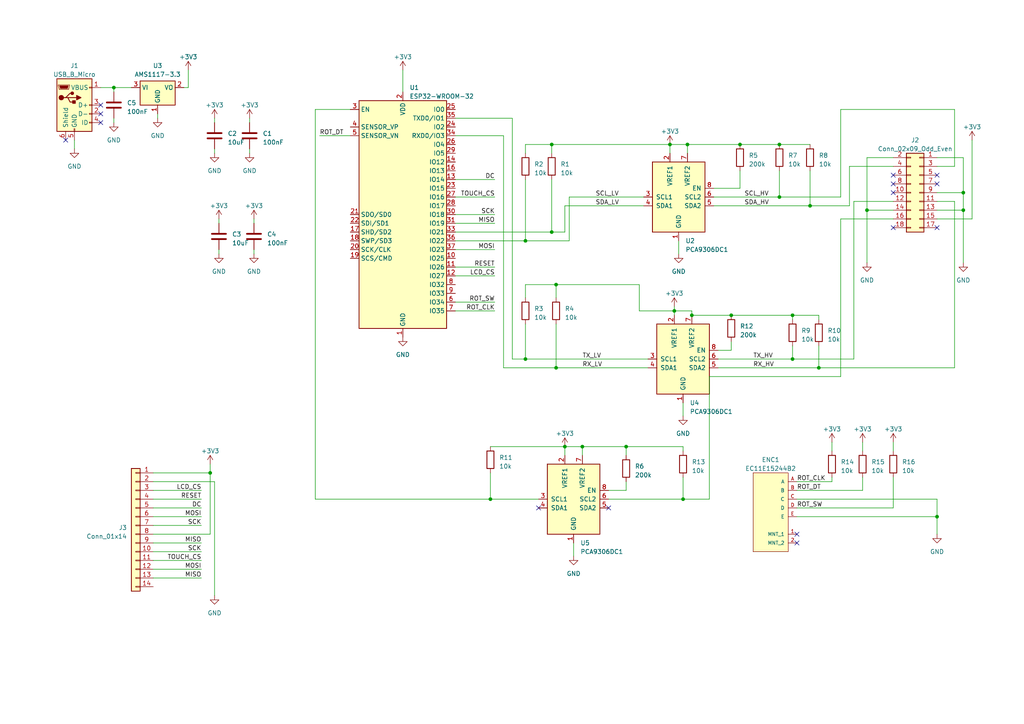
<source format=kicad_sch>
(kicad_sch (version 20230121) (generator eeschema)

  (uuid 63b632bc-1b68-4535-b26f-ba1388818196)

  (paper "A4")

  (lib_symbols
    (symbol "Connector:USB_B_Micro" (pin_names (offset 1.016)) (in_bom yes) (on_board yes)
      (property "Reference" "J" (at -5.08 11.43 0)
        (effects (font (size 1.27 1.27)) (justify left))
      )
      (property "Value" "USB_B_Micro" (at -5.08 8.89 0)
        (effects (font (size 1.27 1.27)) (justify left))
      )
      (property "Footprint" "" (at 3.81 -1.27 0)
        (effects (font (size 1.27 1.27)) hide)
      )
      (property "Datasheet" "~" (at 3.81 -1.27 0)
        (effects (font (size 1.27 1.27)) hide)
      )
      (property "ki_keywords" "connector USB micro" (at 0 0 0)
        (effects (font (size 1.27 1.27)) hide)
      )
      (property "ki_description" "USB Micro Type B connector" (at 0 0 0)
        (effects (font (size 1.27 1.27)) hide)
      )
      (property "ki_fp_filters" "USB*" (at 0 0 0)
        (effects (font (size 1.27 1.27)) hide)
      )
      (symbol "USB_B_Micro_0_1"
        (rectangle (start -5.08 -7.62) (end 5.08 7.62)
          (stroke (width 0.254) (type default))
          (fill (type background))
        )
        (circle (center -3.81 2.159) (radius 0.635)
          (stroke (width 0.254) (type default))
          (fill (type outline))
        )
        (circle (center -0.635 3.429) (radius 0.381)
          (stroke (width 0.254) (type default))
          (fill (type outline))
        )
        (rectangle (start -0.127 -7.62) (end 0.127 -6.858)
          (stroke (width 0) (type default))
          (fill (type none))
        )
        (polyline
          (pts
            (xy -1.905 2.159)
            (xy 0.635 2.159)
          )
          (stroke (width 0.254) (type default))
          (fill (type none))
        )
        (polyline
          (pts
            (xy -3.175 2.159)
            (xy -2.54 2.159)
            (xy -1.27 3.429)
            (xy -0.635 3.429)
          )
          (stroke (width 0.254) (type default))
          (fill (type none))
        )
        (polyline
          (pts
            (xy -2.54 2.159)
            (xy -1.905 2.159)
            (xy -1.27 0.889)
            (xy 0 0.889)
          )
          (stroke (width 0.254) (type default))
          (fill (type none))
        )
        (polyline
          (pts
            (xy 0.635 2.794)
            (xy 0.635 1.524)
            (xy 1.905 2.159)
            (xy 0.635 2.794)
          )
          (stroke (width 0.254) (type default))
          (fill (type outline))
        )
        (polyline
          (pts
            (xy -4.318 5.588)
            (xy -1.778 5.588)
            (xy -2.032 4.826)
            (xy -4.064 4.826)
            (xy -4.318 5.588)
          )
          (stroke (width 0) (type default))
          (fill (type outline))
        )
        (polyline
          (pts
            (xy -4.699 5.842)
            (xy -4.699 5.588)
            (xy -4.445 4.826)
            (xy -4.445 4.572)
            (xy -1.651 4.572)
            (xy -1.651 4.826)
            (xy -1.397 5.588)
            (xy -1.397 5.842)
            (xy -4.699 5.842)
          )
          (stroke (width 0) (type default))
          (fill (type none))
        )
        (rectangle (start 0.254 1.27) (end -0.508 0.508)
          (stroke (width 0.254) (type default))
          (fill (type outline))
        )
        (rectangle (start 5.08 -5.207) (end 4.318 -4.953)
          (stroke (width 0) (type default))
          (fill (type none))
        )
        (rectangle (start 5.08 -2.667) (end 4.318 -2.413)
          (stroke (width 0) (type default))
          (fill (type none))
        )
        (rectangle (start 5.08 -0.127) (end 4.318 0.127)
          (stroke (width 0) (type default))
          (fill (type none))
        )
        (rectangle (start 5.08 4.953) (end 4.318 5.207)
          (stroke (width 0) (type default))
          (fill (type none))
        )
      )
      (symbol "USB_B_Micro_1_1"
        (pin power_out line (at 7.62 5.08 180) (length 2.54)
          (name "VBUS" (effects (font (size 1.27 1.27))))
          (number "1" (effects (font (size 1.27 1.27))))
        )
        (pin bidirectional line (at 7.62 -2.54 180) (length 2.54)
          (name "D-" (effects (font (size 1.27 1.27))))
          (number "2" (effects (font (size 1.27 1.27))))
        )
        (pin bidirectional line (at 7.62 0 180) (length 2.54)
          (name "D+" (effects (font (size 1.27 1.27))))
          (number "3" (effects (font (size 1.27 1.27))))
        )
        (pin passive line (at 7.62 -5.08 180) (length 2.54)
          (name "ID" (effects (font (size 1.27 1.27))))
          (number "4" (effects (font (size 1.27 1.27))))
        )
        (pin power_out line (at 0 -10.16 90) (length 2.54)
          (name "GND" (effects (font (size 1.27 1.27))))
          (number "5" (effects (font (size 1.27 1.27))))
        )
        (pin passive line (at -2.54 -10.16 90) (length 2.54)
          (name "Shield" (effects (font (size 1.27 1.27))))
          (number "6" (effects (font (size 1.27 1.27))))
        )
      )
    )
    (symbol "Connector_Generic:Conn_01x14" (pin_names (offset 1.016) hide) (in_bom yes) (on_board yes)
      (property "Reference" "J" (at 0 17.78 0)
        (effects (font (size 1.27 1.27)))
      )
      (property "Value" "Conn_01x14" (at 0 -20.32 0)
        (effects (font (size 1.27 1.27)))
      )
      (property "Footprint" "" (at 0 0 0)
        (effects (font (size 1.27 1.27)) hide)
      )
      (property "Datasheet" "~" (at 0 0 0)
        (effects (font (size 1.27 1.27)) hide)
      )
      (property "ki_keywords" "connector" (at 0 0 0)
        (effects (font (size 1.27 1.27)) hide)
      )
      (property "ki_description" "Generic connector, single row, 01x14, script generated (kicad-library-utils/schlib/autogen/connector/)" (at 0 0 0)
        (effects (font (size 1.27 1.27)) hide)
      )
      (property "ki_fp_filters" "Connector*:*_1x??_*" (at 0 0 0)
        (effects (font (size 1.27 1.27)) hide)
      )
      (symbol "Conn_01x14_1_1"
        (rectangle (start -1.27 -17.653) (end 0 -17.907)
          (stroke (width 0.1524) (type default))
          (fill (type none))
        )
        (rectangle (start -1.27 -15.113) (end 0 -15.367)
          (stroke (width 0.1524) (type default))
          (fill (type none))
        )
        (rectangle (start -1.27 -12.573) (end 0 -12.827)
          (stroke (width 0.1524) (type default))
          (fill (type none))
        )
        (rectangle (start -1.27 -10.033) (end 0 -10.287)
          (stroke (width 0.1524) (type default))
          (fill (type none))
        )
        (rectangle (start -1.27 -7.493) (end 0 -7.747)
          (stroke (width 0.1524) (type default))
          (fill (type none))
        )
        (rectangle (start -1.27 -4.953) (end 0 -5.207)
          (stroke (width 0.1524) (type default))
          (fill (type none))
        )
        (rectangle (start -1.27 -2.413) (end 0 -2.667)
          (stroke (width 0.1524) (type default))
          (fill (type none))
        )
        (rectangle (start -1.27 0.127) (end 0 -0.127)
          (stroke (width 0.1524) (type default))
          (fill (type none))
        )
        (rectangle (start -1.27 2.667) (end 0 2.413)
          (stroke (width 0.1524) (type default))
          (fill (type none))
        )
        (rectangle (start -1.27 5.207) (end 0 4.953)
          (stroke (width 0.1524) (type default))
          (fill (type none))
        )
        (rectangle (start -1.27 7.747) (end 0 7.493)
          (stroke (width 0.1524) (type default))
          (fill (type none))
        )
        (rectangle (start -1.27 10.287) (end 0 10.033)
          (stroke (width 0.1524) (type default))
          (fill (type none))
        )
        (rectangle (start -1.27 12.827) (end 0 12.573)
          (stroke (width 0.1524) (type default))
          (fill (type none))
        )
        (rectangle (start -1.27 15.367) (end 0 15.113)
          (stroke (width 0.1524) (type default))
          (fill (type none))
        )
        (rectangle (start -1.27 16.51) (end 1.27 -19.05)
          (stroke (width 0.254) (type default))
          (fill (type background))
        )
        (pin passive line (at -5.08 15.24 0) (length 3.81)
          (name "Pin_1" (effects (font (size 1.27 1.27))))
          (number "1" (effects (font (size 1.27 1.27))))
        )
        (pin passive line (at -5.08 -7.62 0) (length 3.81)
          (name "Pin_10" (effects (font (size 1.27 1.27))))
          (number "10" (effects (font (size 1.27 1.27))))
        )
        (pin passive line (at -5.08 -10.16 0) (length 3.81)
          (name "Pin_11" (effects (font (size 1.27 1.27))))
          (number "11" (effects (font (size 1.27 1.27))))
        )
        (pin passive line (at -5.08 -12.7 0) (length 3.81)
          (name "Pin_12" (effects (font (size 1.27 1.27))))
          (number "12" (effects (font (size 1.27 1.27))))
        )
        (pin passive line (at -5.08 -15.24 0) (length 3.81)
          (name "Pin_13" (effects (font (size 1.27 1.27))))
          (number "13" (effects (font (size 1.27 1.27))))
        )
        (pin passive line (at -5.08 -17.78 0) (length 3.81)
          (name "Pin_14" (effects (font (size 1.27 1.27))))
          (number "14" (effects (font (size 1.27 1.27))))
        )
        (pin passive line (at -5.08 12.7 0) (length 3.81)
          (name "Pin_2" (effects (font (size 1.27 1.27))))
          (number "2" (effects (font (size 1.27 1.27))))
        )
        (pin passive line (at -5.08 10.16 0) (length 3.81)
          (name "Pin_3" (effects (font (size 1.27 1.27))))
          (number "3" (effects (font (size 1.27 1.27))))
        )
        (pin passive line (at -5.08 7.62 0) (length 3.81)
          (name "Pin_4" (effects (font (size 1.27 1.27))))
          (number "4" (effects (font (size 1.27 1.27))))
        )
        (pin passive line (at -5.08 5.08 0) (length 3.81)
          (name "Pin_5" (effects (font (size 1.27 1.27))))
          (number "5" (effects (font (size 1.27 1.27))))
        )
        (pin passive line (at -5.08 2.54 0) (length 3.81)
          (name "Pin_6" (effects (font (size 1.27 1.27))))
          (number "6" (effects (font (size 1.27 1.27))))
        )
        (pin passive line (at -5.08 0 0) (length 3.81)
          (name "Pin_7" (effects (font (size 1.27 1.27))))
          (number "7" (effects (font (size 1.27 1.27))))
        )
        (pin passive line (at -5.08 -2.54 0) (length 3.81)
          (name "Pin_8" (effects (font (size 1.27 1.27))))
          (number "8" (effects (font (size 1.27 1.27))))
        )
        (pin passive line (at -5.08 -5.08 0) (length 3.81)
          (name "Pin_9" (effects (font (size 1.27 1.27))))
          (number "9" (effects (font (size 1.27 1.27))))
        )
      )
    )
    (symbol "Connector_Generic:Conn_02x09_Odd_Even" (pin_names (offset 1.016) hide) (in_bom yes) (on_board yes)
      (property "Reference" "J" (at 1.27 12.7 0)
        (effects (font (size 1.27 1.27)))
      )
      (property "Value" "Conn_02x09_Odd_Even" (at 1.27 -12.7 0)
        (effects (font (size 1.27 1.27)))
      )
      (property "Footprint" "" (at 0 0 0)
        (effects (font (size 1.27 1.27)) hide)
      )
      (property "Datasheet" "~" (at 0 0 0)
        (effects (font (size 1.27 1.27)) hide)
      )
      (property "ki_keywords" "connector" (at 0 0 0)
        (effects (font (size 1.27 1.27)) hide)
      )
      (property "ki_description" "Generic connector, double row, 02x09, odd/even pin numbering scheme (row 1 odd numbers, row 2 even numbers), script generated (kicad-library-utils/schlib/autogen/connector/)" (at 0 0 0)
        (effects (font (size 1.27 1.27)) hide)
      )
      (property "ki_fp_filters" "Connector*:*_2x??_*" (at 0 0 0)
        (effects (font (size 1.27 1.27)) hide)
      )
      (symbol "Conn_02x09_Odd_Even_1_1"
        (rectangle (start -1.27 -10.033) (end 0 -10.287)
          (stroke (width 0.1524) (type default))
          (fill (type none))
        )
        (rectangle (start -1.27 -7.493) (end 0 -7.747)
          (stroke (width 0.1524) (type default))
          (fill (type none))
        )
        (rectangle (start -1.27 -4.953) (end 0 -5.207)
          (stroke (width 0.1524) (type default))
          (fill (type none))
        )
        (rectangle (start -1.27 -2.413) (end 0 -2.667)
          (stroke (width 0.1524) (type default))
          (fill (type none))
        )
        (rectangle (start -1.27 0.127) (end 0 -0.127)
          (stroke (width 0.1524) (type default))
          (fill (type none))
        )
        (rectangle (start -1.27 2.667) (end 0 2.413)
          (stroke (width 0.1524) (type default))
          (fill (type none))
        )
        (rectangle (start -1.27 5.207) (end 0 4.953)
          (stroke (width 0.1524) (type default))
          (fill (type none))
        )
        (rectangle (start -1.27 7.747) (end 0 7.493)
          (stroke (width 0.1524) (type default))
          (fill (type none))
        )
        (rectangle (start -1.27 10.287) (end 0 10.033)
          (stroke (width 0.1524) (type default))
          (fill (type none))
        )
        (rectangle (start -1.27 11.43) (end 3.81 -11.43)
          (stroke (width 0.254) (type default))
          (fill (type background))
        )
        (rectangle (start 3.81 -10.033) (end 2.54 -10.287)
          (stroke (width 0.1524) (type default))
          (fill (type none))
        )
        (rectangle (start 3.81 -7.493) (end 2.54 -7.747)
          (stroke (width 0.1524) (type default))
          (fill (type none))
        )
        (rectangle (start 3.81 -4.953) (end 2.54 -5.207)
          (stroke (width 0.1524) (type default))
          (fill (type none))
        )
        (rectangle (start 3.81 -2.413) (end 2.54 -2.667)
          (stroke (width 0.1524) (type default))
          (fill (type none))
        )
        (rectangle (start 3.81 0.127) (end 2.54 -0.127)
          (stroke (width 0.1524) (type default))
          (fill (type none))
        )
        (rectangle (start 3.81 2.667) (end 2.54 2.413)
          (stroke (width 0.1524) (type default))
          (fill (type none))
        )
        (rectangle (start 3.81 5.207) (end 2.54 4.953)
          (stroke (width 0.1524) (type default))
          (fill (type none))
        )
        (rectangle (start 3.81 7.747) (end 2.54 7.493)
          (stroke (width 0.1524) (type default))
          (fill (type none))
        )
        (rectangle (start 3.81 10.287) (end 2.54 10.033)
          (stroke (width 0.1524) (type default))
          (fill (type none))
        )
        (pin passive line (at -5.08 10.16 0) (length 3.81)
          (name "Pin_1" (effects (font (size 1.27 1.27))))
          (number "1" (effects (font (size 1.27 1.27))))
        )
        (pin passive line (at 7.62 0 180) (length 3.81)
          (name "Pin_10" (effects (font (size 1.27 1.27))))
          (number "10" (effects (font (size 1.27 1.27))))
        )
        (pin passive line (at -5.08 -2.54 0) (length 3.81)
          (name "Pin_11" (effects (font (size 1.27 1.27))))
          (number "11" (effects (font (size 1.27 1.27))))
        )
        (pin passive line (at 7.62 -2.54 180) (length 3.81)
          (name "Pin_12" (effects (font (size 1.27 1.27))))
          (number "12" (effects (font (size 1.27 1.27))))
        )
        (pin passive line (at -5.08 -5.08 0) (length 3.81)
          (name "Pin_13" (effects (font (size 1.27 1.27))))
          (number "13" (effects (font (size 1.27 1.27))))
        )
        (pin passive line (at 7.62 -5.08 180) (length 3.81)
          (name "Pin_14" (effects (font (size 1.27 1.27))))
          (number "14" (effects (font (size 1.27 1.27))))
        )
        (pin passive line (at -5.08 -7.62 0) (length 3.81)
          (name "Pin_15" (effects (font (size 1.27 1.27))))
          (number "15" (effects (font (size 1.27 1.27))))
        )
        (pin passive line (at 7.62 -7.62 180) (length 3.81)
          (name "Pin_16" (effects (font (size 1.27 1.27))))
          (number "16" (effects (font (size 1.27 1.27))))
        )
        (pin passive line (at -5.08 -10.16 0) (length 3.81)
          (name "Pin_17" (effects (font (size 1.27 1.27))))
          (number "17" (effects (font (size 1.27 1.27))))
        )
        (pin passive line (at 7.62 -10.16 180) (length 3.81)
          (name "Pin_18" (effects (font (size 1.27 1.27))))
          (number "18" (effects (font (size 1.27 1.27))))
        )
        (pin passive line (at 7.62 10.16 180) (length 3.81)
          (name "Pin_2" (effects (font (size 1.27 1.27))))
          (number "2" (effects (font (size 1.27 1.27))))
        )
        (pin passive line (at -5.08 7.62 0) (length 3.81)
          (name "Pin_3" (effects (font (size 1.27 1.27))))
          (number "3" (effects (font (size 1.27 1.27))))
        )
        (pin passive line (at 7.62 7.62 180) (length 3.81)
          (name "Pin_4" (effects (font (size 1.27 1.27))))
          (number "4" (effects (font (size 1.27 1.27))))
        )
        (pin passive line (at -5.08 5.08 0) (length 3.81)
          (name "Pin_5" (effects (font (size 1.27 1.27))))
          (number "5" (effects (font (size 1.27 1.27))))
        )
        (pin passive line (at 7.62 5.08 180) (length 3.81)
          (name "Pin_6" (effects (font (size 1.27 1.27))))
          (number "6" (effects (font (size 1.27 1.27))))
        )
        (pin passive line (at -5.08 2.54 0) (length 3.81)
          (name "Pin_7" (effects (font (size 1.27 1.27))))
          (number "7" (effects (font (size 1.27 1.27))))
        )
        (pin passive line (at 7.62 2.54 180) (length 3.81)
          (name "Pin_8" (effects (font (size 1.27 1.27))))
          (number "8" (effects (font (size 1.27 1.27))))
        )
        (pin passive line (at -5.08 0 0) (length 3.81)
          (name "Pin_9" (effects (font (size 1.27 1.27))))
          (number "9" (effects (font (size 1.27 1.27))))
        )
      )
    )
    (symbol "Device:C" (pin_numbers hide) (pin_names (offset 0.254)) (in_bom yes) (on_board yes)
      (property "Reference" "C" (at 0.635 2.54 0)
        (effects (font (size 1.27 1.27)) (justify left))
      )
      (property "Value" "C" (at 0.635 -2.54 0)
        (effects (font (size 1.27 1.27)) (justify left))
      )
      (property "Footprint" "" (at 0.9652 -3.81 0)
        (effects (font (size 1.27 1.27)) hide)
      )
      (property "Datasheet" "~" (at 0 0 0)
        (effects (font (size 1.27 1.27)) hide)
      )
      (property "ki_keywords" "cap capacitor" (at 0 0 0)
        (effects (font (size 1.27 1.27)) hide)
      )
      (property "ki_description" "Unpolarized capacitor" (at 0 0 0)
        (effects (font (size 1.27 1.27)) hide)
      )
      (property "ki_fp_filters" "C_*" (at 0 0 0)
        (effects (font (size 1.27 1.27)) hide)
      )
      (symbol "C_0_1"
        (polyline
          (pts
            (xy -2.032 -0.762)
            (xy 2.032 -0.762)
          )
          (stroke (width 0.508) (type default))
          (fill (type none))
        )
        (polyline
          (pts
            (xy -2.032 0.762)
            (xy 2.032 0.762)
          )
          (stroke (width 0.508) (type default))
          (fill (type none))
        )
      )
      (symbol "C_1_1"
        (pin passive line (at 0 3.81 270) (length 2.794)
          (name "~" (effects (font (size 1.27 1.27))))
          (number "1" (effects (font (size 1.27 1.27))))
        )
        (pin passive line (at 0 -3.81 90) (length 2.794)
          (name "~" (effects (font (size 1.27 1.27))))
          (number "2" (effects (font (size 1.27 1.27))))
        )
      )
    )
    (symbol "Device:R" (pin_numbers hide) (pin_names (offset 0)) (in_bom yes) (on_board yes)
      (property "Reference" "R" (at 2.032 0 90)
        (effects (font (size 1.27 1.27)))
      )
      (property "Value" "R" (at 0 0 90)
        (effects (font (size 1.27 1.27)))
      )
      (property "Footprint" "" (at -1.778 0 90)
        (effects (font (size 1.27 1.27)) hide)
      )
      (property "Datasheet" "~" (at 0 0 0)
        (effects (font (size 1.27 1.27)) hide)
      )
      (property "ki_keywords" "R res resistor" (at 0 0 0)
        (effects (font (size 1.27 1.27)) hide)
      )
      (property "ki_description" "Resistor" (at 0 0 0)
        (effects (font (size 1.27 1.27)) hide)
      )
      (property "ki_fp_filters" "R_*" (at 0 0 0)
        (effects (font (size 1.27 1.27)) hide)
      )
      (symbol "R_0_1"
        (rectangle (start -1.016 -2.54) (end 1.016 2.54)
          (stroke (width 0.254) (type default))
          (fill (type none))
        )
      )
      (symbol "R_1_1"
        (pin passive line (at 0 3.81 270) (length 1.27)
          (name "~" (effects (font (size 1.27 1.27))))
          (number "1" (effects (font (size 1.27 1.27))))
        )
        (pin passive line (at 0 -3.81 90) (length 1.27)
          (name "~" (effects (font (size 1.27 1.27))))
          (number "2" (effects (font (size 1.27 1.27))))
        )
      )
    )
    (symbol "Interface:PCA9306DC1" (pin_names (offset 1.016)) (in_bom yes) (on_board yes)
      (property "Reference" "U" (at -7.62 11.43 0)
        (effects (font (size 1.27 1.27)) (justify left))
      )
      (property "Value" "PCA9306DC1" (at 3.81 11.43 0)
        (effects (font (size 1.27 1.27)) (justify left))
      )
      (property "Footprint" "Package_SO:VSSOP-8_2.3x2mm_P0.5mm" (at 0 -11.43 0)
        (effects (font (size 1.27 1.27)) hide)
      )
      (property "Datasheet" "https://www.nxp.com/docs/en/data-sheet/PCA9306.pdf" (at -7.62 11.43 0)
        (effects (font (size 1.27 1.27)) hide)
      )
      (property "ki_keywords" "I2C SMBus" (at 0 0 0)
        (effects (font (size 1.27 1.27)) hide)
      )
      (property "ki_description" "Dual bidirectional I2C Bus and SMBus voltage level translator, VSSOP-8" (at 0 0 0)
        (effects (font (size 1.27 1.27)) hide)
      )
      (property "ki_fp_filters" "VSSOP*2.3x2mm*P0.5mm*" (at 0 0 0)
        (effects (font (size 1.27 1.27)) hide)
      )
      (symbol "PCA9306DC1_0_1"
        (rectangle (start -7.62 10.16) (end 7.62 -10.16)
          (stroke (width 0.254) (type default))
          (fill (type background))
        )
      )
      (symbol "PCA9306DC1_1_1"
        (pin power_in line (at 0 -12.7 90) (length 2.54)
          (name "GND" (effects (font (size 1.27 1.27))))
          (number "1" (effects (font (size 1.27 1.27))))
        )
        (pin power_in line (at -2.54 12.7 270) (length 2.54)
          (name "VREF1" (effects (font (size 1.27 1.27))))
          (number "2" (effects (font (size 1.27 1.27))))
        )
        (pin bidirectional line (at -10.16 0 0) (length 2.54)
          (name "SCL1" (effects (font (size 1.27 1.27))))
          (number "3" (effects (font (size 1.27 1.27))))
        )
        (pin bidirectional line (at -10.16 -2.54 0) (length 2.54)
          (name "SDA1" (effects (font (size 1.27 1.27))))
          (number "4" (effects (font (size 1.27 1.27))))
        )
        (pin bidirectional line (at 10.16 -2.54 180) (length 2.54)
          (name "SDA2" (effects (font (size 1.27 1.27))))
          (number "5" (effects (font (size 1.27 1.27))))
        )
        (pin bidirectional line (at 10.16 0 180) (length 2.54)
          (name "SCL2" (effects (font (size 1.27 1.27))))
          (number "6" (effects (font (size 1.27 1.27))))
        )
        (pin power_in line (at 2.54 12.7 270) (length 2.54)
          (name "VREF2" (effects (font (size 1.27 1.27))))
          (number "7" (effects (font (size 1.27 1.27))))
        )
        (pin input line (at 10.16 2.54 180) (length 2.54)
          (name "EN" (effects (font (size 1.27 1.27))))
          (number "8" (effects (font (size 1.27 1.27))))
        )
      )
    )
    (symbol "RF_Module:ESP32-WROOM-32" (in_bom yes) (on_board yes)
      (property "Reference" "U" (at -12.7 34.29 0)
        (effects (font (size 1.27 1.27)) (justify left))
      )
      (property "Value" "ESP32-WROOM-32" (at 1.27 34.29 0)
        (effects (font (size 1.27 1.27)) (justify left))
      )
      (property "Footprint" "RF_Module:ESP32-WROOM-32" (at 0 -38.1 0)
        (effects (font (size 1.27 1.27)) hide)
      )
      (property "Datasheet" "https://www.espressif.com/sites/default/files/documentation/esp32-wroom-32_datasheet_en.pdf" (at -7.62 1.27 0)
        (effects (font (size 1.27 1.27)) hide)
      )
      (property "ki_keywords" "RF Radio BT ESP ESP32 Espressif onboard PCB antenna" (at 0 0 0)
        (effects (font (size 1.27 1.27)) hide)
      )
      (property "ki_description" "RF Module, ESP32-D0WDQ6 SoC, Wi-Fi 802.11b/g/n, Bluetooth, BLE, 32-bit, 2.7-3.6V, onboard antenna, SMD" (at 0 0 0)
        (effects (font (size 1.27 1.27)) hide)
      )
      (property "ki_fp_filters" "ESP32?WROOM?32*" (at 0 0 0)
        (effects (font (size 1.27 1.27)) hide)
      )
      (symbol "ESP32-WROOM-32_0_1"
        (rectangle (start -12.7 33.02) (end 12.7 -33.02)
          (stroke (width 0.254) (type default))
          (fill (type background))
        )
      )
      (symbol "ESP32-WROOM-32_1_1"
        (pin power_in line (at 0 -35.56 90) (length 2.54)
          (name "GND" (effects (font (size 1.27 1.27))))
          (number "1" (effects (font (size 1.27 1.27))))
        )
        (pin bidirectional line (at 15.24 -12.7 180) (length 2.54)
          (name "IO25" (effects (font (size 1.27 1.27))))
          (number "10" (effects (font (size 1.27 1.27))))
        )
        (pin bidirectional line (at 15.24 -15.24 180) (length 2.54)
          (name "IO26" (effects (font (size 1.27 1.27))))
          (number "11" (effects (font (size 1.27 1.27))))
        )
        (pin bidirectional line (at 15.24 -17.78 180) (length 2.54)
          (name "IO27" (effects (font (size 1.27 1.27))))
          (number "12" (effects (font (size 1.27 1.27))))
        )
        (pin bidirectional line (at 15.24 10.16 180) (length 2.54)
          (name "IO14" (effects (font (size 1.27 1.27))))
          (number "13" (effects (font (size 1.27 1.27))))
        )
        (pin bidirectional line (at 15.24 15.24 180) (length 2.54)
          (name "IO12" (effects (font (size 1.27 1.27))))
          (number "14" (effects (font (size 1.27 1.27))))
        )
        (pin passive line (at 0 -35.56 90) (length 2.54) hide
          (name "GND" (effects (font (size 1.27 1.27))))
          (number "15" (effects (font (size 1.27 1.27))))
        )
        (pin bidirectional line (at 15.24 12.7 180) (length 2.54)
          (name "IO13" (effects (font (size 1.27 1.27))))
          (number "16" (effects (font (size 1.27 1.27))))
        )
        (pin bidirectional line (at -15.24 -5.08 0) (length 2.54)
          (name "SHD/SD2" (effects (font (size 1.27 1.27))))
          (number "17" (effects (font (size 1.27 1.27))))
        )
        (pin bidirectional line (at -15.24 -7.62 0) (length 2.54)
          (name "SWP/SD3" (effects (font (size 1.27 1.27))))
          (number "18" (effects (font (size 1.27 1.27))))
        )
        (pin bidirectional line (at -15.24 -12.7 0) (length 2.54)
          (name "SCS/CMD" (effects (font (size 1.27 1.27))))
          (number "19" (effects (font (size 1.27 1.27))))
        )
        (pin power_in line (at 0 35.56 270) (length 2.54)
          (name "VDD" (effects (font (size 1.27 1.27))))
          (number "2" (effects (font (size 1.27 1.27))))
        )
        (pin bidirectional line (at -15.24 -10.16 0) (length 2.54)
          (name "SCK/CLK" (effects (font (size 1.27 1.27))))
          (number "20" (effects (font (size 1.27 1.27))))
        )
        (pin bidirectional line (at -15.24 0 0) (length 2.54)
          (name "SDO/SD0" (effects (font (size 1.27 1.27))))
          (number "21" (effects (font (size 1.27 1.27))))
        )
        (pin bidirectional line (at -15.24 -2.54 0) (length 2.54)
          (name "SDI/SD1" (effects (font (size 1.27 1.27))))
          (number "22" (effects (font (size 1.27 1.27))))
        )
        (pin bidirectional line (at 15.24 7.62 180) (length 2.54)
          (name "IO15" (effects (font (size 1.27 1.27))))
          (number "23" (effects (font (size 1.27 1.27))))
        )
        (pin bidirectional line (at 15.24 25.4 180) (length 2.54)
          (name "IO2" (effects (font (size 1.27 1.27))))
          (number "24" (effects (font (size 1.27 1.27))))
        )
        (pin bidirectional line (at 15.24 30.48 180) (length 2.54)
          (name "IO0" (effects (font (size 1.27 1.27))))
          (number "25" (effects (font (size 1.27 1.27))))
        )
        (pin bidirectional line (at 15.24 20.32 180) (length 2.54)
          (name "IO4" (effects (font (size 1.27 1.27))))
          (number "26" (effects (font (size 1.27 1.27))))
        )
        (pin bidirectional line (at 15.24 5.08 180) (length 2.54)
          (name "IO16" (effects (font (size 1.27 1.27))))
          (number "27" (effects (font (size 1.27 1.27))))
        )
        (pin bidirectional line (at 15.24 2.54 180) (length 2.54)
          (name "IO17" (effects (font (size 1.27 1.27))))
          (number "28" (effects (font (size 1.27 1.27))))
        )
        (pin bidirectional line (at 15.24 17.78 180) (length 2.54)
          (name "IO5" (effects (font (size 1.27 1.27))))
          (number "29" (effects (font (size 1.27 1.27))))
        )
        (pin input line (at -15.24 30.48 0) (length 2.54)
          (name "EN" (effects (font (size 1.27 1.27))))
          (number "3" (effects (font (size 1.27 1.27))))
        )
        (pin bidirectional line (at 15.24 0 180) (length 2.54)
          (name "IO18" (effects (font (size 1.27 1.27))))
          (number "30" (effects (font (size 1.27 1.27))))
        )
        (pin bidirectional line (at 15.24 -2.54 180) (length 2.54)
          (name "IO19" (effects (font (size 1.27 1.27))))
          (number "31" (effects (font (size 1.27 1.27))))
        )
        (pin no_connect line (at -12.7 -27.94 0) (length 2.54) hide
          (name "NC" (effects (font (size 1.27 1.27))))
          (number "32" (effects (font (size 1.27 1.27))))
        )
        (pin bidirectional line (at 15.24 -5.08 180) (length 2.54)
          (name "IO21" (effects (font (size 1.27 1.27))))
          (number "33" (effects (font (size 1.27 1.27))))
        )
        (pin bidirectional line (at 15.24 22.86 180) (length 2.54)
          (name "RXD0/IO3" (effects (font (size 1.27 1.27))))
          (number "34" (effects (font (size 1.27 1.27))))
        )
        (pin bidirectional line (at 15.24 27.94 180) (length 2.54)
          (name "TXD0/IO1" (effects (font (size 1.27 1.27))))
          (number "35" (effects (font (size 1.27 1.27))))
        )
        (pin bidirectional line (at 15.24 -7.62 180) (length 2.54)
          (name "IO22" (effects (font (size 1.27 1.27))))
          (number "36" (effects (font (size 1.27 1.27))))
        )
        (pin bidirectional line (at 15.24 -10.16 180) (length 2.54)
          (name "IO23" (effects (font (size 1.27 1.27))))
          (number "37" (effects (font (size 1.27 1.27))))
        )
        (pin passive line (at 0 -35.56 90) (length 2.54) hide
          (name "GND" (effects (font (size 1.27 1.27))))
          (number "38" (effects (font (size 1.27 1.27))))
        )
        (pin passive line (at 0 -35.56 90) (length 2.54) hide
          (name "GND" (effects (font (size 1.27 1.27))))
          (number "39" (effects (font (size 1.27 1.27))))
        )
        (pin input line (at -15.24 25.4 0) (length 2.54)
          (name "SENSOR_VP" (effects (font (size 1.27 1.27))))
          (number "4" (effects (font (size 1.27 1.27))))
        )
        (pin input line (at -15.24 22.86 0) (length 2.54)
          (name "SENSOR_VN" (effects (font (size 1.27 1.27))))
          (number "5" (effects (font (size 1.27 1.27))))
        )
        (pin input line (at 15.24 -25.4 180) (length 2.54)
          (name "IO34" (effects (font (size 1.27 1.27))))
          (number "6" (effects (font (size 1.27 1.27))))
        )
        (pin input line (at 15.24 -27.94 180) (length 2.54)
          (name "IO35" (effects (font (size 1.27 1.27))))
          (number "7" (effects (font (size 1.27 1.27))))
        )
        (pin bidirectional line (at 15.24 -20.32 180) (length 2.54)
          (name "IO32" (effects (font (size 1.27 1.27))))
          (number "8" (effects (font (size 1.27 1.27))))
        )
        (pin bidirectional line (at 15.24 -22.86 180) (length 2.54)
          (name "IO33" (effects (font (size 1.27 1.27))))
          (number "9" (effects (font (size 1.27 1.27))))
        )
      )
    )
    (symbol "Regulator_Linear:AMS1117-3.3" (in_bom yes) (on_board yes)
      (property "Reference" "U" (at -3.81 3.175 0)
        (effects (font (size 1.27 1.27)))
      )
      (property "Value" "AMS1117-3.3" (at 0 3.175 0)
        (effects (font (size 1.27 1.27)) (justify left))
      )
      (property "Footprint" "Package_TO_SOT_SMD:SOT-223-3_TabPin2" (at 0 5.08 0)
        (effects (font (size 1.27 1.27)) hide)
      )
      (property "Datasheet" "http://www.advanced-monolithic.com/pdf/ds1117.pdf" (at 2.54 -6.35 0)
        (effects (font (size 1.27 1.27)) hide)
      )
      (property "ki_keywords" "linear regulator ldo fixed positive" (at 0 0 0)
        (effects (font (size 1.27 1.27)) hide)
      )
      (property "ki_description" "1A Low Dropout regulator, positive, 3.3V fixed output, SOT-223" (at 0 0 0)
        (effects (font (size 1.27 1.27)) hide)
      )
      (property "ki_fp_filters" "SOT?223*TabPin2*" (at 0 0 0)
        (effects (font (size 1.27 1.27)) hide)
      )
      (symbol "AMS1117-3.3_0_1"
        (rectangle (start -5.08 -5.08) (end 5.08 1.905)
          (stroke (width 0.254) (type default))
          (fill (type background))
        )
      )
      (symbol "AMS1117-3.3_1_1"
        (pin power_in line (at 0 -7.62 90) (length 2.54)
          (name "GND" (effects (font (size 1.27 1.27))))
          (number "1" (effects (font (size 1.27 1.27))))
        )
        (pin power_out line (at 7.62 0 180) (length 2.54)
          (name "VO" (effects (font (size 1.27 1.27))))
          (number "2" (effects (font (size 1.27 1.27))))
        )
        (pin power_in line (at -7.62 0 0) (length 2.54)
          (name "VI" (effects (font (size 1.27 1.27))))
          (number "3" (effects (font (size 1.27 1.27))))
        )
      )
    )
    (symbol "Rotary Encoder:EC11E15244B2" (pin_names (offset 1.016)) (in_bom yes) (on_board yes)
      (property "Reference" "ENC" (at 0 5.08 0)
        (effects (font (size 1.27 1.27)) (justify left))
      )
      (property "Value" "EC11E15244B2" (at 0 7.62 0)
        (effects (font (size 1.27 1.27)) (justify left))
      )
      (property "Footprint" "ALPS-EC11E15244B2-*" (at 0 10.16 0)
        (effects (font (size 1.27 1.27)) (justify left) hide)
      )
      (property "Datasheet" "http://www.alps.com/prod/info/E/HTML/Encoder/Incremental/EC11/EC11E15244B2.html" (at 0 12.7 0)
        (effects (font (size 1.27 1.27)) (justify left) hide)
      )
      (property "Actuator length" "20mm" (at 0 15.24 0)
        (effects (font (size 1.27 1.27)) (justify left) hide)
      )
      (property "Number of detent" "30" (at 0 17.78 0)
        (effects (font (size 1.27 1.27)) (justify left) hide)
      )
      (property "Number of pulse" "15" (at 0 20.32 0)
        (effects (font (size 1.27 1.27)) (justify left) hide)
      )
      (property "Operating life" "15,000 cycles" (at 0 22.86 0)
        (effects (font (size 1.27 1.27)) (justify left) hide)
      )
      (property "Ratings" "10mA 5V DC" (at 0 25.4 0)
        (effects (font (size 1.27 1.27)) (justify left) hide)
      )
      (property "category" "Enc" (at 0 27.94 0)
        (effects (font (size 1.27 1.27)) (justify left) hide)
      )
      (property "lead free" "yes" (at 0 30.48 0)
        (effects (font (size 1.27 1.27)) (justify left) hide)
      )
      (property "library id" "bf96b8ba6cbf8ed0" (at 0 33.02 0)
        (effects (font (size 1.27 1.27)) (justify left) hide)
      )
      (property "manufacturer" "ALPS" (at 0 35.56 0)
        (effects (font (size 1.27 1.27)) (justify left) hide)
      )
      (property "mouser part number" "688-EC11E15244B2" (at 0 38.1 0)
        (effects (font (size 1.27 1.27)) (justify left) hide)
      )
      (property "package" "PTH_ENC_11MM7_12MM0" (at 0 40.64 0)
        (effects (font (size 1.27 1.27)) (justify left) hide)
      )
      (property "rohs" "yes" (at 0 43.18 0)
        (effects (font (size 1.27 1.27)) (justify left) hide)
      )
      (property "temperature range high" "+85°C" (at 0 45.72 0)
        (effects (font (size 1.27 1.27)) (justify left) hide)
      )
      (property "temperature range low" "-40°C" (at 0 48.26 0)
        (effects (font (size 1.27 1.27)) (justify left) hide)
      )
      (property "ki_locked" "" (at 0 0 0)
        (effects (font (size 1.27 1.27)))
      )
      (symbol "EC11E15244B2_1_1"
        (rectangle (start -15.24 2.54) (end -5.08 -20.32)
          (stroke (width 0) (type solid))
          (fill (type background))
        )
        (pin unspecified line (at -2.54 -15.24 180) (length 2.54)
          (name "MNT_1" (effects (font (size 1.016 1.016))))
          (number "1" (effects (font (size 1.016 1.016))))
        )
        (pin unspecified line (at -2.54 -17.78 180) (length 2.54)
          (name "MNT_2" (effects (font (size 1.016 1.016))))
          (number "2" (effects (font (size 1.016 1.016))))
        )
        (pin unspecified line (at -2.54 0 180) (length 2.54)
          (name "A" (effects (font (size 1.016 1.016))))
          (number "A" (effects (font (size 1.016 1.016))))
        )
        (pin unspecified line (at -2.54 -2.54 180) (length 2.54)
          (name "B" (effects (font (size 1.016 1.016))))
          (number "B" (effects (font (size 1.016 1.016))))
        )
        (pin unspecified line (at -2.54 -5.08 180) (length 2.54)
          (name "C" (effects (font (size 1.016 1.016))))
          (number "C" (effects (font (size 1.016 1.016))))
        )
        (pin unspecified line (at -2.54 -7.62 180) (length 2.54)
          (name "D" (effects (font (size 1.016 1.016))))
          (number "D" (effects (font (size 1.016 1.016))))
        )
        (pin unspecified line (at -2.54 -10.16 180) (length 2.54)
          (name "E" (effects (font (size 1.016 1.016))))
          (number "E" (effects (font (size 1.016 1.016))))
        )
      )
    )
    (symbol "power:+3V3" (power) (pin_names (offset 0)) (in_bom yes) (on_board yes)
      (property "Reference" "#PWR" (at 0 -3.81 0)
        (effects (font (size 1.27 1.27)) hide)
      )
      (property "Value" "+3V3" (at 0 3.556 0)
        (effects (font (size 1.27 1.27)))
      )
      (property "Footprint" "" (at 0 0 0)
        (effects (font (size 1.27 1.27)) hide)
      )
      (property "Datasheet" "" (at 0 0 0)
        (effects (font (size 1.27 1.27)) hide)
      )
      (property "ki_keywords" "global power" (at 0 0 0)
        (effects (font (size 1.27 1.27)) hide)
      )
      (property "ki_description" "Power symbol creates a global label with name \"+3V3\"" (at 0 0 0)
        (effects (font (size 1.27 1.27)) hide)
      )
      (symbol "+3V3_0_1"
        (polyline
          (pts
            (xy -0.762 1.27)
            (xy 0 2.54)
          )
          (stroke (width 0) (type default))
          (fill (type none))
        )
        (polyline
          (pts
            (xy 0 0)
            (xy 0 2.54)
          )
          (stroke (width 0) (type default))
          (fill (type none))
        )
        (polyline
          (pts
            (xy 0 2.54)
            (xy 0.762 1.27)
          )
          (stroke (width 0) (type default))
          (fill (type none))
        )
      )
      (symbol "+3V3_1_1"
        (pin power_in line (at 0 0 90) (length 0) hide
          (name "+3V3" (effects (font (size 1.27 1.27))))
          (number "1" (effects (font (size 1.27 1.27))))
        )
      )
    )
    (symbol "power:GND" (power) (pin_names (offset 0)) (in_bom yes) (on_board yes)
      (property "Reference" "#PWR" (at 0 -6.35 0)
        (effects (font (size 1.27 1.27)) hide)
      )
      (property "Value" "GND" (at 0 -3.81 0)
        (effects (font (size 1.27 1.27)))
      )
      (property "Footprint" "" (at 0 0 0)
        (effects (font (size 1.27 1.27)) hide)
      )
      (property "Datasheet" "" (at 0 0 0)
        (effects (font (size 1.27 1.27)) hide)
      )
      (property "ki_keywords" "global power" (at 0 0 0)
        (effects (font (size 1.27 1.27)) hide)
      )
      (property "ki_description" "Power symbol creates a global label with name \"GND\" , ground" (at 0 0 0)
        (effects (font (size 1.27 1.27)) hide)
      )
      (symbol "GND_0_1"
        (polyline
          (pts
            (xy 0 0)
            (xy 0 -1.27)
            (xy 1.27 -1.27)
            (xy 0 -2.54)
            (xy -1.27 -1.27)
            (xy 0 -1.27)
          )
          (stroke (width 0) (type default))
          (fill (type none))
        )
      )
      (symbol "GND_1_1"
        (pin power_in line (at 0 0 270) (length 0) hide
          (name "GND" (effects (font (size 1.27 1.27))))
          (number "1" (effects (font (size 1.27 1.27))))
        )
      )
    )
  )

  (junction (at 33.02 25.4) (diameter 0) (color 0 0 0 0)
    (uuid 0d5032c0-6176-4450-a9ff-545f8a99b657)
  )
  (junction (at 152.4 69.85) (diameter 0) (color 0 0 0 0)
    (uuid 1f924baf-377b-4200-9a8e-0d4848bac262)
  )
  (junction (at 214.63 41.91) (diameter 0) (color 0 0 0 0)
    (uuid 2cd19e5b-0824-4d8f-980c-16aced9bcc35)
  )
  (junction (at 234.95 59.69) (diameter 0) (color 0 0 0 0)
    (uuid 3808d929-52cc-4b43-94cb-a32afdde4374)
  )
  (junction (at 160.02 41.91) (diameter 0) (color 0 0 0 0)
    (uuid 3af23669-d1e0-4fd8-9e8b-50fcf17c2383)
  )
  (junction (at 168.91 129.54) (diameter 0) (color 0 0 0 0)
    (uuid 46f30c93-ab67-430e-83da-5a1d279b9cec)
  )
  (junction (at 194.31 41.91) (diameter 0) (color 0 0 0 0)
    (uuid 48587c31-b05f-441e-ba11-43b07d61e7aa)
  )
  (junction (at 226.06 57.15) (diameter 0) (color 0 0 0 0)
    (uuid 51e7a8e6-ef24-434b-8b63-1ba7acc8ee9b)
  )
  (junction (at 160.02 67.31) (diameter 0) (color 0 0 0 0)
    (uuid 5e414853-1247-4ac4-b527-a48ea2a9408a)
  )
  (junction (at 271.78 149.86) (diameter 0) (color 0 0 0 0)
    (uuid 6f91b618-4fe9-4fd8-b467-63d4ecd22753)
  )
  (junction (at 152.4 104.14) (diameter 0) (color 0 0 0 0)
    (uuid 73b641ce-3846-4607-ae1b-bc7f8435a27f)
  )
  (junction (at 142.24 144.78) (diameter 0) (color 0 0 0 0)
    (uuid 7a26774b-6bea-4767-9a34-c47fad282286)
  )
  (junction (at 198.12 144.78) (diameter 0) (color 0 0 0 0)
    (uuid 7db590b2-fa94-45bb-a19c-32232c5c5156)
  )
  (junction (at 161.29 106.68) (diameter 0) (color 0 0 0 0)
    (uuid 98778be3-e0bd-4d3e-b693-e5840a2be717)
  )
  (junction (at 163.83 129.54) (diameter 0) (color 0 0 0 0)
    (uuid 98b6fec5-b98c-4846-94eb-5ef7ec856349)
  )
  (junction (at 226.06 41.91) (diameter 0) (color 0 0 0 0)
    (uuid 9a7476db-15b0-4693-9034-5847e39237ed)
  )
  (junction (at 279.4 60.96) (diameter 0) (color 0 0 0 0)
    (uuid 9caa344f-7e12-4de4-8bf4-4186c326f0c2)
  )
  (junction (at 181.61 129.54) (diameter 0) (color 0 0 0 0)
    (uuid 9e41c41f-1b8e-42db-b34a-633e8abfafe9)
  )
  (junction (at 212.09 91.44) (diameter 0) (color 0 0 0 0)
    (uuid 9f5a3a02-6782-471b-91df-666beed8ddfc)
  )
  (junction (at 200.66 91.44) (diameter 0) (color 0 0 0 0)
    (uuid 9f97e03b-0d9d-4126-a314-013d0898bd4e)
  )
  (junction (at 195.58 90.17) (diameter 0) (color 0 0 0 0)
    (uuid a7178ca0-f596-4d06-84af-7c3465bb2d25)
  )
  (junction (at 279.4 55.88) (diameter 0) (color 0 0 0 0)
    (uuid b1fa3719-9029-4d7d-b954-747023edd24f)
  )
  (junction (at 229.87 91.44) (diameter 0) (color 0 0 0 0)
    (uuid bd6ba57c-71ac-437d-bef4-6fdb860ec003)
  )
  (junction (at 251.46 60.96) (diameter 0) (color 0 0 0 0)
    (uuid c5650650-e097-421b-81f8-422b01bcfa47)
  )
  (junction (at 60.96 137.16) (diameter 0) (color 0 0 0 0)
    (uuid d84d7551-f728-4e72-b30a-03eabd6d9b15)
  )
  (junction (at 237.49 106.68) (diameter 0) (color 0 0 0 0)
    (uuid e2101ee8-9659-46e2-a8e6-d3707f85788f)
  )
  (junction (at 161.29 82.55) (diameter 0) (color 0 0 0 0)
    (uuid e3ef46a7-a0f8-4104-8e5f-622948e3e16f)
  )
  (junction (at 199.39 41.91) (diameter 0) (color 0 0 0 0)
    (uuid f0c2eda2-76d5-47aa-a108-86fcaec06ee4)
  )
  (junction (at 229.87 104.14) (diameter 0) (color 0 0 0 0)
    (uuid f897ee62-36cf-4f9c-957a-53e4f6c44452)
  )

  (no_connect (at 271.78 53.34) (uuid 0361efb9-2db8-4e53-8a79-53c0ffd094a5))
  (no_connect (at 29.21 30.48) (uuid 2860b73d-7951-42b2-a05b-87bbd2f6181a))
  (no_connect (at 259.08 66.04) (uuid 54e14cd7-268d-47f8-a335-b0ac98a6ace5))
  (no_connect (at 176.53 147.32) (uuid 550a538e-c5cf-460e-ab4e-26e37c041b35))
  (no_connect (at 231.14 157.48) (uuid 64f19791-d2eb-4358-8cb0-923e7ed1debc))
  (no_connect (at 231.14 154.94) (uuid 71729ee6-a7ad-495c-9bff-225d2ba627e3))
  (no_connect (at 259.08 53.34) (uuid 7242d627-6271-4ceb-bee7-337ae0f0f1c1))
  (no_connect (at 29.21 33.02) (uuid 87cf8d35-60a2-4f2b-b070-cd6e40cced51))
  (no_connect (at 271.78 50.8) (uuid 9180b0b2-8904-421d-bb5f-c5a3f431af1b))
  (no_connect (at 156.21 147.32) (uuid d104a0f1-68c1-40da-834f-b6bc06c3daed))
  (no_connect (at 19.05 40.64) (uuid dcb558ff-0436-458a-9176-5e28ec51d2b0))
  (no_connect (at 271.78 66.04) (uuid dd456810-b5cc-4e89-9fcd-504044a9560d))
  (no_connect (at 259.08 55.88) (uuid eec4696a-33de-4a93-aeb0-98a9fff108b5))
  (no_connect (at 259.08 50.8) (uuid f2c92fef-b47f-4a41-9b10-b73c06236ea2))
  (no_connect (at 29.21 35.56) (uuid fe3cdde4-90d7-4abc-930b-feaa95d56a6b))

  (wire (pts (xy 44.45 162.56) (xy 58.42 162.56))
    (stroke (width 0) (type default))
    (uuid 020e3196-fd75-4d33-8ebf-34f2815f8f9c)
  )
  (wire (pts (xy 208.28 104.14) (xy 229.87 104.14))
    (stroke (width 0) (type default))
    (uuid 0217069c-e49c-47e5-83c9-10795136dec0)
  )
  (wire (pts (xy 198.12 130.81) (xy 198.12 129.54))
    (stroke (width 0) (type default))
    (uuid 02426e00-56a0-42c0-8748-fc42f87c5255)
  )
  (wire (pts (xy 229.87 91.44) (xy 229.87 92.71))
    (stroke (width 0) (type default))
    (uuid 067facfe-c32f-4cab-8b23-6d9349f357d2)
  )
  (wire (pts (xy 73.66 63.5) (xy 73.66 64.77))
    (stroke (width 0) (type default))
    (uuid 06ed85db-f050-41c0-bdb7-82a7fd45bbcd)
  )
  (wire (pts (xy 194.31 41.91) (xy 199.39 41.91))
    (stroke (width 0) (type default))
    (uuid 07f1f00c-fc13-4876-980b-17526ecc0292)
  )
  (wire (pts (xy 259.08 128.27) (xy 259.08 130.81))
    (stroke (width 0) (type default))
    (uuid 0811d68c-82bd-42c3-9124-98f1bae00ac4)
  )
  (wire (pts (xy 185.42 82.55) (xy 185.42 90.17))
    (stroke (width 0) (type default))
    (uuid 09ae6503-6357-4ada-8549-65b87d807db4)
  )
  (wire (pts (xy 251.46 60.96) (xy 259.08 60.96))
    (stroke (width 0) (type default))
    (uuid 0bdc47fe-3217-439d-afff-0300e85ef4d8)
  )
  (wire (pts (xy 160.02 52.07) (xy 160.02 67.31))
    (stroke (width 0) (type default))
    (uuid 0c3712f3-0e46-40ed-a4f7-2043514a83b2)
  )
  (wire (pts (xy 212.09 91.44) (xy 229.87 91.44))
    (stroke (width 0) (type default))
    (uuid 0c73d4ba-adef-426c-8cac-e9b8ef4d03ae)
  )
  (wire (pts (xy 243.84 63.5) (xy 243.84 109.22))
    (stroke (width 0) (type default))
    (uuid 0eb00028-4dde-48cf-ba24-c00a701c7fc6)
  )
  (wire (pts (xy 259.08 138.43) (xy 259.08 147.32))
    (stroke (width 0) (type default))
    (uuid 0fa26e7e-8a10-40bf-81a3-43a3a73754d1)
  )
  (wire (pts (xy 279.4 60.96) (xy 279.4 76.2))
    (stroke (width 0) (type default))
    (uuid 102939e8-d2e6-411d-b32a-10b691ce5d34)
  )
  (wire (pts (xy 250.19 142.24) (xy 231.14 142.24))
    (stroke (width 0) (type default))
    (uuid 10e46913-3b73-4356-b031-76eb760a448a)
  )
  (wire (pts (xy 44.45 149.86) (xy 58.42 149.86))
    (stroke (width 0) (type default))
    (uuid 1193a441-abce-4ee0-9389-9e2362e9806a)
  )
  (wire (pts (xy 195.58 90.17) (xy 200.66 90.17))
    (stroke (width 0) (type default))
    (uuid 1381d789-a0c3-4ceb-8d78-a5e4f590e1b8)
  )
  (wire (pts (xy 62.23 43.18) (xy 62.23 44.45))
    (stroke (width 0) (type default))
    (uuid 173de306-55dc-4604-9af4-27fdccbe1942)
  )
  (wire (pts (xy 44.45 137.16) (xy 60.96 137.16))
    (stroke (width 0) (type default))
    (uuid 17613825-16e3-406a-8485-04c1fb687e04)
  )
  (wire (pts (xy 142.24 137.16) (xy 142.24 144.78))
    (stroke (width 0) (type default))
    (uuid 19471502-3404-4f63-8f41-b89bff9702e8)
  )
  (wire (pts (xy 116.84 20.32) (xy 116.84 26.67))
    (stroke (width 0) (type default))
    (uuid 19822810-f5b5-4158-953a-e870ca7410ef)
  )
  (wire (pts (xy 44.45 152.4) (xy 58.42 152.4))
    (stroke (width 0) (type default))
    (uuid 1e90b729-7a85-479a-ad24-bbdc266ca5f5)
  )
  (wire (pts (xy 62.23 34.29) (xy 62.23 35.56))
    (stroke (width 0) (type default))
    (uuid 1f1a7ada-843a-4620-92d2-f25c2d3b5f3c)
  )
  (wire (pts (xy 194.31 41.91) (xy 194.31 44.45))
    (stroke (width 0) (type default))
    (uuid 22d13d53-5cac-48f2-a316-2de4c85564cd)
  )
  (wire (pts (xy 276.86 106.68) (xy 276.86 58.42))
    (stroke (width 0) (type default))
    (uuid 243708b0-5bfe-42b0-9b3f-fe842a3bec20)
  )
  (wire (pts (xy 229.87 104.14) (xy 247.65 104.14))
    (stroke (width 0) (type default))
    (uuid 247d9b9b-2f1f-4e6b-96df-2107cb2ba9af)
  )
  (wire (pts (xy 146.05 39.37) (xy 146.05 106.68))
    (stroke (width 0) (type default))
    (uuid 24b9766c-6f94-4090-ac5b-63906cce1fa2)
  )
  (wire (pts (xy 44.45 160.02) (xy 58.42 160.02))
    (stroke (width 0) (type default))
    (uuid 24cc622d-30a9-4000-b7a8-9e0ff6f8267f)
  )
  (wire (pts (xy 214.63 49.53) (xy 214.63 54.61))
    (stroke (width 0) (type default))
    (uuid 265b2bf1-70cd-40c7-b4d7-3e8e173eaf73)
  )
  (wire (pts (xy 251.46 45.72) (xy 251.46 60.96))
    (stroke (width 0) (type default))
    (uuid 278a3e4c-bbdc-4b1a-ad91-317bccdc9c75)
  )
  (wire (pts (xy 212.09 91.44) (xy 200.66 91.44))
    (stroke (width 0) (type default))
    (uuid 298c13f2-9c06-451e-871e-e11fa1cb93b8)
  )
  (wire (pts (xy 199.39 44.45) (xy 199.39 41.91))
    (stroke (width 0) (type default))
    (uuid 2afa6bff-a8aa-457d-86a6-cfb66f0754fe)
  )
  (wire (pts (xy 152.4 44.45) (xy 152.4 41.91))
    (stroke (width 0) (type default))
    (uuid 2b1663e3-15a7-4a52-8f74-e30275bb943d)
  )
  (wire (pts (xy 271.78 60.96) (xy 279.4 60.96))
    (stroke (width 0) (type default))
    (uuid 2deed0e5-6615-4954-b715-63da95c49fd0)
  )
  (wire (pts (xy 243.84 63.5) (xy 259.08 63.5))
    (stroke (width 0) (type default))
    (uuid 2e212fd9-7413-428c-9111-8ae1f6098e82)
  )
  (wire (pts (xy 63.5 63.5) (xy 63.5 64.77))
    (stroke (width 0) (type default))
    (uuid 2eba932c-ed3f-40c8-8822-f4216e93e482)
  )
  (wire (pts (xy 185.42 90.17) (xy 195.58 90.17))
    (stroke (width 0) (type default))
    (uuid 314555de-fb4b-44d0-bfab-c0f028e1daa0)
  )
  (wire (pts (xy 200.66 90.17) (xy 200.66 91.44))
    (stroke (width 0) (type default))
    (uuid 31d7529f-42ae-4547-84f8-780cee84b39d)
  )
  (wire (pts (xy 226.06 41.91) (xy 234.95 41.91))
    (stroke (width 0) (type default))
    (uuid 329f2ed4-c394-40cf-b20c-e063f101d5f4)
  )
  (wire (pts (xy 33.02 34.29) (xy 33.02 35.56))
    (stroke (width 0) (type default))
    (uuid 38744956-640b-4d17-a45d-f30026aceb89)
  )
  (wire (pts (xy 214.63 54.61) (xy 207.01 54.61))
    (stroke (width 0) (type default))
    (uuid 3890879d-3ac5-4796-92c4-c92eec4fef0c)
  )
  (wire (pts (xy 196.85 69.85) (xy 196.85 73.66))
    (stroke (width 0) (type default))
    (uuid 3a341b56-bc35-4c0f-8848-4ba46b436afe)
  )
  (wire (pts (xy 163.83 59.69) (xy 163.83 67.31))
    (stroke (width 0) (type default))
    (uuid 3b5e19c5-3044-4f28-99bf-e0e4f48403f9)
  )
  (wire (pts (xy 161.29 82.55) (xy 185.42 82.55))
    (stroke (width 0) (type default))
    (uuid 3db60c32-1823-4748-ab36-5a94c9ab34c4)
  )
  (wire (pts (xy 195.58 90.17) (xy 195.58 91.44))
    (stroke (width 0) (type default))
    (uuid 3f28962c-0652-44f6-acf7-eb102fa4ea18)
  )
  (wire (pts (xy 143.51 72.39) (xy 132.08 72.39))
    (stroke (width 0) (type default))
    (uuid 40c0a97d-e548-400f-9aed-63e5b2ad0f39)
  )
  (wire (pts (xy 60.96 134.62) (xy 60.96 137.16))
    (stroke (width 0) (type default))
    (uuid 438a8c57-7b37-4b39-9b33-24ba28a0b8b1)
  )
  (wire (pts (xy 62.23 172.72) (xy 62.23 139.7))
    (stroke (width 0) (type default))
    (uuid 4bf5d5a4-72e6-47b0-8f33-a3ddc1de6729)
  )
  (wire (pts (xy 156.21 144.78) (xy 142.24 144.78))
    (stroke (width 0) (type default))
    (uuid 4d41c7d8-5e6b-491e-8007-f8c6db5e5038)
  )
  (wire (pts (xy 281.94 40.64) (xy 281.94 63.5))
    (stroke (width 0) (type default))
    (uuid 4e3275f6-e1ef-494a-b368-3bb935eee946)
  )
  (wire (pts (xy 241.3 128.27) (xy 241.3 130.81))
    (stroke (width 0) (type default))
    (uuid 4e379a6c-60b2-4c04-af71-615daf348e82)
  )
  (wire (pts (xy 212.09 99.06) (xy 212.09 101.6))
    (stroke (width 0) (type default))
    (uuid 4f7c8bdf-8328-4720-b90b-c5fbead74c52)
  )
  (wire (pts (xy 199.39 41.91) (xy 214.63 41.91))
    (stroke (width 0) (type default))
    (uuid 5150b582-8283-4c89-abed-b8c6908f23f6)
  )
  (wire (pts (xy 195.58 88.9) (xy 195.58 90.17))
    (stroke (width 0) (type default))
    (uuid 51da823e-a73f-4816-9a3e-302f54e9e46a)
  )
  (wire (pts (xy 44.45 157.48) (xy 58.42 157.48))
    (stroke (width 0) (type default))
    (uuid 527341c9-9f1f-46ad-871b-6d752011a314)
  )
  (wire (pts (xy 161.29 106.68) (xy 187.96 106.68))
    (stroke (width 0) (type default))
    (uuid 536f15b0-2075-4255-a1dc-635d9d1de4b6)
  )
  (wire (pts (xy 229.87 100.33) (xy 229.87 104.14))
    (stroke (width 0) (type default))
    (uuid 5450caa6-3017-43e1-a86d-7b1fda5eabca)
  )
  (wire (pts (xy 166.37 157.48) (xy 166.37 161.29))
    (stroke (width 0) (type default))
    (uuid 5688c61f-37a6-4509-a94b-82caa8597bf7)
  )
  (wire (pts (xy 132.08 39.37) (xy 146.05 39.37))
    (stroke (width 0) (type default))
    (uuid 577a50e7-0abf-4892-8283-19f184b7776a)
  )
  (wire (pts (xy 33.02 25.4) (xy 33.02 26.67))
    (stroke (width 0) (type default))
    (uuid 57f17f77-49a3-4986-8c00-61ceef88e951)
  )
  (wire (pts (xy 234.95 49.53) (xy 234.95 59.69))
    (stroke (width 0) (type default))
    (uuid 5827ac94-724c-491c-a6c6-7c0a8bd23508)
  )
  (wire (pts (xy 250.19 128.27) (xy 250.19 130.81))
    (stroke (width 0) (type default))
    (uuid 5844fa70-b43a-4ea2-895d-a8bab17648aa)
  )
  (wire (pts (xy 198.12 144.78) (xy 205.74 144.78))
    (stroke (width 0) (type default))
    (uuid 59db4f10-76e2-441e-8b6b-74d150f6396e)
  )
  (wire (pts (xy 152.4 82.55) (xy 161.29 82.55))
    (stroke (width 0) (type default))
    (uuid 5a02c9d7-e38f-4254-9011-0693f96e56b5)
  )
  (wire (pts (xy 29.21 25.4) (xy 33.02 25.4))
    (stroke (width 0) (type default))
    (uuid 5a3c2585-fd8d-41fd-8cb7-5bceeb95daf5)
  )
  (wire (pts (xy 33.02 25.4) (xy 38.1 25.4))
    (stroke (width 0) (type default))
    (uuid 5c578883-cb77-48a2-87d2-991ad1c92ce9)
  )
  (wire (pts (xy 142.24 129.54) (xy 163.83 129.54))
    (stroke (width 0) (type default))
    (uuid 5cedbda2-2d02-4829-b413-c67722573c13)
  )
  (wire (pts (xy 165.1 57.15) (xy 186.69 57.15))
    (stroke (width 0) (type default))
    (uuid 60581ac0-ddc8-4a1b-ab53-4c62a2c570d2)
  )
  (wire (pts (xy 146.05 106.68) (xy 161.29 106.68))
    (stroke (width 0) (type default))
    (uuid 646e8442-ee2c-423b-a442-485fbd3bb92b)
  )
  (wire (pts (xy 251.46 45.72) (xy 259.08 45.72))
    (stroke (width 0) (type default))
    (uuid 666e9252-8197-416c-b3e2-51235833d742)
  )
  (wire (pts (xy 163.83 67.31) (xy 160.02 67.31))
    (stroke (width 0) (type default))
    (uuid 68227959-41a7-4fe0-a3cd-0b0a19bb7667)
  )
  (wire (pts (xy 281.94 63.5) (xy 271.78 63.5))
    (stroke (width 0) (type default))
    (uuid 69059639-b579-45bf-9f76-6e3f84414aa6)
  )
  (wire (pts (xy 160.02 41.91) (xy 160.02 44.45))
    (stroke (width 0) (type default))
    (uuid 6aecbaae-aca6-494c-a67d-b0ee1c077b64)
  )
  (wire (pts (xy 152.4 69.85) (xy 165.1 69.85))
    (stroke (width 0) (type default))
    (uuid 6b4308c8-7c34-40e8-9bfb-b1e5280a5a3f)
  )
  (wire (pts (xy 44.45 144.78) (xy 58.42 144.78))
    (stroke (width 0) (type default))
    (uuid 6ba72438-a7e1-403b-898e-ce08d84d649f)
  )
  (wire (pts (xy 54.61 25.4) (xy 53.34 25.4))
    (stroke (width 0) (type default))
    (uuid 6cacd2b3-eb3e-4a9a-8c25-c22a72f4a1ad)
  )
  (wire (pts (xy 160.02 41.91) (xy 194.31 41.91))
    (stroke (width 0) (type default))
    (uuid 75b260f9-5984-45ac-8e4e-ea49506b21f9)
  )
  (wire (pts (xy 259.08 147.32) (xy 231.14 147.32))
    (stroke (width 0) (type default))
    (uuid 7a18dede-461a-4519-b919-0c6155576954)
  )
  (wire (pts (xy 237.49 91.44) (xy 237.49 92.71))
    (stroke (width 0) (type default))
    (uuid 7abaed8c-c7c9-49b1-b183-0d39273c0c1f)
  )
  (wire (pts (xy 214.63 41.91) (xy 226.06 41.91))
    (stroke (width 0) (type default))
    (uuid 7bc548d8-3ad8-460d-8ddf-c4006f8b56ba)
  )
  (wire (pts (xy 143.51 62.23) (xy 132.08 62.23))
    (stroke (width 0) (type default))
    (uuid 7c104a34-3821-4a87-a6cb-bab635a1b56c)
  )
  (wire (pts (xy 246.38 59.69) (xy 234.95 59.69))
    (stroke (width 0) (type default))
    (uuid 7ce16d2c-fc85-4235-a64a-24e0f1d322fa)
  )
  (wire (pts (xy 168.91 129.54) (xy 163.83 129.54))
    (stroke (width 0) (type default))
    (uuid 7d6f10ce-f329-484d-87f1-b9f373aed81c)
  )
  (wire (pts (xy 160.02 67.31) (xy 132.08 67.31))
    (stroke (width 0) (type default))
    (uuid 82dc8099-8fa5-41b1-82bc-6215905d2178)
  )
  (wire (pts (xy 143.51 87.63) (xy 132.08 87.63))
    (stroke (width 0) (type default))
    (uuid 835e704f-9611-4c47-a94a-e9c6f91c198f)
  )
  (wire (pts (xy 142.24 144.78) (xy 91.44 144.78))
    (stroke (width 0) (type default))
    (uuid 83844fb1-5cc0-4023-9d28-1f0d3f826039)
  )
  (wire (pts (xy 231.14 149.86) (xy 271.78 149.86))
    (stroke (width 0) (type default))
    (uuid 83ac6c6b-415c-4604-91fb-ac8f221124fd)
  )
  (wire (pts (xy 276.86 31.75) (xy 243.84 31.75))
    (stroke (width 0) (type default))
    (uuid 86cca190-b239-42c3-88c0-80eaf77d3a16)
  )
  (wire (pts (xy 181.61 132.08) (xy 181.61 129.54))
    (stroke (width 0) (type default))
    (uuid 89c9d8db-7056-41f4-ab8a-63331a3ea757)
  )
  (wire (pts (xy 247.65 58.42) (xy 247.65 104.14))
    (stroke (width 0) (type default))
    (uuid 8aa93cf5-ba85-48a9-ae5c-3f3afc454704)
  )
  (wire (pts (xy 152.4 52.07) (xy 152.4 69.85))
    (stroke (width 0) (type default))
    (uuid 8c4782c1-0630-4309-b976-0ba9f5f2fe3d)
  )
  (wire (pts (xy 44.45 147.32) (xy 58.42 147.32))
    (stroke (width 0) (type default))
    (uuid 8cc00bec-197a-4ea5-a032-2115882ed84c)
  )
  (wire (pts (xy 21.59 40.64) (xy 21.59 43.18))
    (stroke (width 0) (type default))
    (uuid 8eaaa9d7-9209-48f0-9b64-43571a1cf537)
  )
  (wire (pts (xy 205.74 109.22) (xy 205.74 144.78))
    (stroke (width 0) (type default))
    (uuid 8ebb5400-2b54-4b43-a7a7-66140417f6c2)
  )
  (wire (pts (xy 176.53 144.78) (xy 198.12 144.78))
    (stroke (width 0) (type default))
    (uuid 8ef60393-6b42-4ab6-9b75-c885267dccff)
  )
  (wire (pts (xy 271.78 149.86) (xy 271.78 154.94))
    (stroke (width 0) (type default))
    (uuid 8f51e271-3d8b-4f3e-b21c-284667ba9666)
  )
  (wire (pts (xy 44.45 142.24) (xy 58.42 142.24))
    (stroke (width 0) (type default))
    (uuid 90c4bf1b-879f-4ff3-89b8-826e6a9bab04)
  )
  (wire (pts (xy 132.08 57.15) (xy 143.51 57.15))
    (stroke (width 0) (type default))
    (uuid 9148911e-92b8-4446-8138-1d6d14a42951)
  )
  (wire (pts (xy 271.78 55.88) (xy 279.4 55.88))
    (stroke (width 0) (type default))
    (uuid 922bda57-378f-4066-a6fe-255387f4665d)
  )
  (wire (pts (xy 279.4 45.72) (xy 279.4 55.88))
    (stroke (width 0) (type default))
    (uuid 9369bd9a-e6d4-40fe-a804-7452113dd16f)
  )
  (wire (pts (xy 54.61 20.32) (xy 54.61 25.4))
    (stroke (width 0) (type default))
    (uuid 93ae8f7f-f67d-45b8-b552-4adbdd0e72ae)
  )
  (wire (pts (xy 226.06 49.53) (xy 226.06 57.15))
    (stroke (width 0) (type default))
    (uuid 962d151b-0b1d-4a7a-bf4d-fc46326f7361)
  )
  (wire (pts (xy 143.51 80.01) (xy 132.08 80.01))
    (stroke (width 0) (type default))
    (uuid 96a7674d-8048-4a86-9ac0-c3ccd7ecc627)
  )
  (wire (pts (xy 168.91 132.08) (xy 168.91 129.54))
    (stroke (width 0) (type default))
    (uuid 980ea629-61ed-44fe-abc9-1fc0309a94e4)
  )
  (wire (pts (xy 44.45 165.1) (xy 58.42 165.1))
    (stroke (width 0) (type default))
    (uuid 9db80b68-6d52-4307-b379-35ab101b1dfb)
  )
  (wire (pts (xy 161.29 82.55) (xy 161.29 86.36))
    (stroke (width 0) (type default))
    (uuid 9dbcf27c-69a1-44f1-a160-2e84d4f1bf5f)
  )
  (wire (pts (xy 279.4 55.88) (xy 279.4 60.96))
    (stroke (width 0) (type default))
    (uuid 9e996247-4c80-4440-95e3-febcde80cc96)
  )
  (wire (pts (xy 165.1 69.85) (xy 165.1 57.15))
    (stroke (width 0) (type default))
    (uuid 9eaafad8-433f-4a73-b233-0ab987da8506)
  )
  (wire (pts (xy 72.39 43.18) (xy 72.39 44.45))
    (stroke (width 0) (type default))
    (uuid 9f01631b-b016-49a9-8bf5-9cfa9001bb80)
  )
  (wire (pts (xy 186.69 59.69) (xy 163.83 59.69))
    (stroke (width 0) (type default))
    (uuid a5039bcc-be9d-473b-a89e-b3d7fc4229df)
  )
  (wire (pts (xy 181.61 129.54) (xy 198.12 129.54))
    (stroke (width 0) (type default))
    (uuid a513a066-4dff-4aba-a8c5-fc843aa65185)
  )
  (wire (pts (xy 73.66 72.39) (xy 73.66 73.66))
    (stroke (width 0) (type default))
    (uuid a668ff2a-2b5b-4752-aef6-8d316c66fd17)
  )
  (wire (pts (xy 60.96 137.16) (xy 60.96 154.94))
    (stroke (width 0) (type default))
    (uuid a89c741d-4b34-484a-8902-1acee0eea04f)
  )
  (wire (pts (xy 132.08 69.85) (xy 152.4 69.85))
    (stroke (width 0) (type default))
    (uuid ad62744d-445c-4b17-8dfc-fa5c8d6241a1)
  )
  (wire (pts (xy 44.45 167.64) (xy 58.42 167.64))
    (stroke (width 0) (type default))
    (uuid b41a620f-bbbc-4357-926d-2a6cc1626316)
  )
  (wire (pts (xy 237.49 106.68) (xy 276.86 106.68))
    (stroke (width 0) (type default))
    (uuid b4dfafd7-35ce-4595-a70c-5f1cd55e58cf)
  )
  (wire (pts (xy 198.12 116.84) (xy 198.12 120.65))
    (stroke (width 0) (type default))
    (uuid b64474c3-a3b8-477b-a9cb-151ede8b890b)
  )
  (wire (pts (xy 60.96 154.94) (xy 44.45 154.94))
    (stroke (width 0) (type default))
    (uuid b6716a64-f0a3-4a9c-a272-a6f041270bcd)
  )
  (wire (pts (xy 181.61 129.54) (xy 168.91 129.54))
    (stroke (width 0) (type default))
    (uuid b6824eea-8e78-4942-bc62-294f0fa59fa2)
  )
  (wire (pts (xy 143.51 52.07) (xy 132.08 52.07))
    (stroke (width 0) (type default))
    (uuid b6d129d4-30a1-47ae-a297-cf5295b35112)
  )
  (wire (pts (xy 271.78 48.26) (xy 276.86 48.26))
    (stroke (width 0) (type default))
    (uuid b738b54c-c6b0-41a1-ba01-6c27350eb3ae)
  )
  (wire (pts (xy 241.3 139.7) (xy 241.3 138.43))
    (stroke (width 0) (type default))
    (uuid ba13d2ed-0032-4bdd-974e-cac766a99c0d)
  )
  (wire (pts (xy 152.4 104.14) (xy 148.59 104.14))
    (stroke (width 0) (type default))
    (uuid bac6bb2a-25e9-4208-8c3c-8eb0f9237f31)
  )
  (wire (pts (xy 45.72 33.02) (xy 45.72 34.29))
    (stroke (width 0) (type default))
    (uuid bb2729b2-b228-4050-81da-38e93d8b476c)
  )
  (wire (pts (xy 276.86 58.42) (xy 271.78 58.42))
    (stroke (width 0) (type default))
    (uuid bcb6b051-7a3f-4228-ab42-f77d9c5ac1dd)
  )
  (wire (pts (xy 212.09 101.6) (xy 208.28 101.6))
    (stroke (width 0) (type default))
    (uuid bd7bf2ab-f8b2-44bf-a53d-2b5035a60312)
  )
  (wire (pts (xy 91.44 31.75) (xy 101.6 31.75))
    (stroke (width 0) (type default))
    (uuid c5bc068b-56fc-4c2f-9a3f-e4f41b2deb3b)
  )
  (wire (pts (xy 243.84 57.15) (xy 226.06 57.15))
    (stroke (width 0) (type default))
    (uuid c699bb33-d419-4b9e-a5f0-df19db620bc3)
  )
  (wire (pts (xy 231.14 139.7) (xy 241.3 139.7))
    (stroke (width 0) (type default))
    (uuid c6d0f434-3df5-4e84-841b-c8ceb804123e)
  )
  (wire (pts (xy 276.86 48.26) (xy 276.86 31.75))
    (stroke (width 0) (type default))
    (uuid c758bbfe-70d3-42bc-b7fa-0de8d7d402df)
  )
  (wire (pts (xy 208.28 106.68) (xy 237.49 106.68))
    (stroke (width 0) (type default))
    (uuid c86b5da7-0d81-410d-a039-ba58e837d16e)
  )
  (wire (pts (xy 234.95 59.69) (xy 207.01 59.69))
    (stroke (width 0) (type default))
    (uuid c8fbac72-e1b7-4b97-8fa8-f375a256f11c)
  )
  (wire (pts (xy 271.78 45.72) (xy 279.4 45.72))
    (stroke (width 0) (type default))
    (uuid c92ab6c7-66ef-4582-adfe-5798eb45847a)
  )
  (wire (pts (xy 247.65 58.42) (xy 259.08 58.42))
    (stroke (width 0) (type default))
    (uuid c9a1dea3-8fe1-4b78-a979-a5bb9a20422b)
  )
  (wire (pts (xy 246.38 48.26) (xy 259.08 48.26))
    (stroke (width 0) (type default))
    (uuid cdf5364d-cbb1-4ffd-bdf5-e481ae2cbf4a)
  )
  (wire (pts (xy 246.38 48.26) (xy 246.38 59.69))
    (stroke (width 0) (type default))
    (uuid ced42436-bb0a-4c77-99f4-4568a46c9568)
  )
  (wire (pts (xy 91.44 144.78) (xy 91.44 31.75))
    (stroke (width 0) (type default))
    (uuid d200b168-d2fe-4978-bd16-23118f38fcf0)
  )
  (wire (pts (xy 231.14 144.78) (xy 271.78 144.78))
    (stroke (width 0) (type default))
    (uuid d2147e37-f49d-4c73-ae15-ce2c65e6db07)
  )
  (wire (pts (xy 143.51 90.17) (xy 132.08 90.17))
    (stroke (width 0) (type default))
    (uuid d227833c-d76f-4a44-9a41-c6a425700a11)
  )
  (wire (pts (xy 62.23 139.7) (xy 44.45 139.7))
    (stroke (width 0) (type default))
    (uuid d351c877-c0db-4883-89fc-6e770719464d)
  )
  (wire (pts (xy 237.49 100.33) (xy 237.49 106.68))
    (stroke (width 0) (type default))
    (uuid d5364219-e43a-4706-90d8-6aecefee7a80)
  )
  (wire (pts (xy 92.71 39.37) (xy 101.6 39.37))
    (stroke (width 0) (type default))
    (uuid d5783c90-8a24-4d03-bc27-e6b505a30cc9)
  )
  (wire (pts (xy 163.83 129.54) (xy 163.83 132.08))
    (stroke (width 0) (type default))
    (uuid d77df255-2e30-4190-9f87-ce4a43faf89d)
  )
  (wire (pts (xy 181.61 142.24) (xy 176.53 142.24))
    (stroke (width 0) (type default))
    (uuid d8a8535f-1281-40c4-9315-64349f766103)
  )
  (wire (pts (xy 187.96 104.14) (xy 152.4 104.14))
    (stroke (width 0) (type default))
    (uuid d908d0c7-b556-40fa-9581-4ff422a0830f)
  )
  (wire (pts (xy 72.39 34.29) (xy 72.39 35.56))
    (stroke (width 0) (type default))
    (uuid d95bd89a-6940-43fe-9d7a-476affd43da7)
  )
  (wire (pts (xy 237.49 91.44) (xy 229.87 91.44))
    (stroke (width 0) (type default))
    (uuid dc5c6813-0bce-48b0-be01-12b062b278e2)
  )
  (wire (pts (xy 271.78 144.78) (xy 271.78 149.86))
    (stroke (width 0) (type default))
    (uuid dc629f11-255c-432c-82fc-d9aa1ca4e6b2)
  )
  (wire (pts (xy 251.46 76.2) (xy 251.46 60.96))
    (stroke (width 0) (type default))
    (uuid dd806624-1ce1-4b7b-93e0-bbfe3ddf9f4d)
  )
  (wire (pts (xy 63.5 72.39) (xy 63.5 73.66))
    (stroke (width 0) (type default))
    (uuid ddd7b878-a9b9-4233-8afa-c5d447963b13)
  )
  (wire (pts (xy 226.06 57.15) (xy 207.01 57.15))
    (stroke (width 0) (type default))
    (uuid e0a34b70-bccd-4efd-8c83-b401e67c5d7c)
  )
  (wire (pts (xy 181.61 139.7) (xy 181.61 142.24))
    (stroke (width 0) (type default))
    (uuid e3eb9c51-0a86-44c8-9db3-e7c798b58bee)
  )
  (wire (pts (xy 152.4 86.36) (xy 152.4 82.55))
    (stroke (width 0) (type default))
    (uuid e6680b22-8000-46e5-80e4-626dcfd1a1ca)
  )
  (wire (pts (xy 243.84 31.75) (xy 243.84 57.15))
    (stroke (width 0) (type default))
    (uuid e6e169c5-0455-47b2-a056-600b76e9b807)
  )
  (wire (pts (xy 152.4 93.98) (xy 152.4 104.14))
    (stroke (width 0) (type default))
    (uuid e90deb70-01af-49df-9644-24a9e25eec59)
  )
  (wire (pts (xy 198.12 138.43) (xy 198.12 144.78))
    (stroke (width 0) (type default))
    (uuid ec151192-7623-4e3e-ae9d-53a26d9ca200)
  )
  (wire (pts (xy 148.59 34.29) (xy 132.08 34.29))
    (stroke (width 0) (type default))
    (uuid ec87b40e-da37-4928-bf0e-416006369652)
  )
  (wire (pts (xy 243.84 109.22) (xy 205.74 109.22))
    (stroke (width 0) (type default))
    (uuid ec8c5d21-cff2-43d4-a410-aa34b4bcbf63)
  )
  (wire (pts (xy 152.4 41.91) (xy 160.02 41.91))
    (stroke (width 0) (type default))
    (uuid ed110420-fdef-4e6b-913e-6fd576912ee7)
  )
  (wire (pts (xy 148.59 104.14) (xy 148.59 34.29))
    (stroke (width 0) (type default))
    (uuid ee00292d-f6cc-4c96-a68f-8e06356ac5ac)
  )
  (wire (pts (xy 161.29 93.98) (xy 161.29 106.68))
    (stroke (width 0) (type default))
    (uuid f4d92f24-29c7-4683-a7b1-f501892c264a)
  )
  (wire (pts (xy 250.19 138.43) (xy 250.19 142.24))
    (stroke (width 0) (type default))
    (uuid f662faa5-08c4-4471-8337-1fc185ab4e93)
  )
  (wire (pts (xy 143.51 64.77) (xy 132.08 64.77))
    (stroke (width 0) (type default))
    (uuid fc9cf269-4c4c-4b4a-8c01-1c355b2a34ca)
  )
  (wire (pts (xy 143.51 77.47) (xy 132.08 77.47))
    (stroke (width 0) (type default))
    (uuid fd89cfe4-6299-4433-b3cc-5d44e1fe5d9a)
  )

  (label "RX_LV" (at 168.91 106.68 0) (fields_autoplaced)
    (effects (font (size 1.27 1.27)) (justify left bottom))
    (uuid 04f38c78-c173-45e2-8413-c2efa6868019)
  )
  (label "DC" (at 58.42 147.32 180) (fields_autoplaced)
    (effects (font (size 1.27 1.27)) (justify right bottom))
    (uuid 08edbe28-b48c-4532-8e24-fa3253d28cfa)
  )
  (label "SCK" (at 58.42 160.02 180) (fields_autoplaced)
    (effects (font (size 1.27 1.27)) (justify right bottom))
    (uuid 13d92d7b-d25e-4668-817c-112ca1f9df4d)
  )
  (label "ROT_DT" (at 231.14 142.24 0) (fields_autoplaced)
    (effects (font (size 1.27 1.27)) (justify left bottom))
    (uuid 16dc6c71-e09f-4196-a7a8-0264f70f2414)
  )
  (label "MOSI" (at 143.51 72.39 180) (fields_autoplaced)
    (effects (font (size 1.27 1.27)) (justify right bottom))
    (uuid 16df5f18-c2e6-4b63-830d-b2b35138b5b5)
  )
  (label "ROT_SW" (at 231.14 147.32 0) (fields_autoplaced)
    (effects (font (size 1.27 1.27)) (justify left bottom))
    (uuid 19778702-c10c-4712-a2e1-a6334d1f155f)
  )
  (label "ROT_CLK" (at 231.14 139.7 0) (fields_autoplaced)
    (effects (font (size 1.27 1.27)) (justify left bottom))
    (uuid 1b247848-1084-4cef-90cf-6037a05b8ed5)
  )
  (label "TX_LV" (at 168.91 104.14 0) (fields_autoplaced)
    (effects (font (size 1.27 1.27)) (justify left bottom))
    (uuid 2c41711a-a2f9-4298-ae5f-9a21f87a608f)
  )
  (label "ROT_CLK" (at 143.51 90.17 180) (fields_autoplaced)
    (effects (font (size 1.27 1.27)) (justify right bottom))
    (uuid 359ad086-d6d9-43e8-8900-d4e0d95aa030)
  )
  (label "SDA_LV" (at 172.72 59.69 0) (fields_autoplaced)
    (effects (font (size 1.27 1.27)) (justify left bottom))
    (uuid 3832e440-c04b-4e4a-8369-5d33d3422bc6)
  )
  (label "MISO" (at 143.51 64.77 180) (fields_autoplaced)
    (effects (font (size 1.27 1.27)) (justify right bottom))
    (uuid 4da5db9b-bd39-48c1-bf1b-470936435284)
  )
  (label "SCK" (at 58.42 152.4 180) (fields_autoplaced)
    (effects (font (size 1.27 1.27)) (justify right bottom))
    (uuid 517e70d8-c883-4722-b55c-bea72973bb39)
  )
  (label "TX_HV" (at 218.44 104.14 0) (fields_autoplaced)
    (effects (font (size 1.27 1.27)) (justify left bottom))
    (uuid 5c5bef62-1458-4566-bf8a-b88e9e195c76)
  )
  (label "MISO" (at 58.42 157.48 180) (fields_autoplaced)
    (effects (font (size 1.27 1.27)) (justify right bottom))
    (uuid 6184979d-b9ca-4f15-bce8-d568ca9d624f)
  )
  (label "TOUCH_CS" (at 58.42 162.56 180) (fields_autoplaced)
    (effects (font (size 1.27 1.27)) (justify right bottom))
    (uuid 68d65538-09bc-46c0-9587-6868069f9528)
  )
  (label "MOSI" (at 58.42 149.86 180) (fields_autoplaced)
    (effects (font (size 1.27 1.27)) (justify right bottom))
    (uuid 6c26c273-1c65-45da-ae8b-ea40a56b684d)
  )
  (label "TOUCH_CS" (at 143.51 57.15 180) (fields_autoplaced)
    (effects (font (size 1.27 1.27)) (justify right bottom))
    (uuid 706ae6af-125e-4d92-9a85-2f9d91d7ab82)
  )
  (label "RX_HV" (at 218.44 106.68 0) (fields_autoplaced)
    (effects (font (size 1.27 1.27)) (justify left bottom))
    (uuid 7595ab66-8e10-4689-8284-8ecd045e5a8c)
  )
  (label "ROT_DT" (at 92.71 39.37 0) (fields_autoplaced)
    (effects (font (size 1.27 1.27)) (justify left bottom))
    (uuid 79fb5cf7-693b-4275-a63f-27037fe25ec8)
  )
  (label "LCD_CS" (at 58.42 142.24 180) (fields_autoplaced)
    (effects (font (size 1.27 1.27)) (justify right bottom))
    (uuid 8a77ef44-4b30-4de7-90d2-460fde909e54)
  )
  (label "MOSI" (at 58.42 165.1 180) (fields_autoplaced)
    (effects (font (size 1.27 1.27)) (justify right bottom))
    (uuid a7e25cd6-0c76-4011-8188-aa33cc8854ee)
  )
  (label "LCD_CS" (at 143.51 80.01 180) (fields_autoplaced)
    (effects (font (size 1.27 1.27)) (justify right bottom))
    (uuid b00be5ef-d739-4bcf-bcc1-209ed8c655df)
  )
  (label "RESET" (at 143.51 77.47 180) (fields_autoplaced)
    (effects (font (size 1.27 1.27)) (justify right bottom))
    (uuid b08ddddb-43b0-4d5c-8d28-df0179644652)
  )
  (label "SCK" (at 143.51 62.23 180) (fields_autoplaced)
    (effects (font (size 1.27 1.27)) (justify right bottom))
    (uuid b5f38d45-df83-47e2-8c47-62f9ceaa832b)
  )
  (label "DC" (at 143.51 52.07 180) (fields_autoplaced)
    (effects (font (size 1.27 1.27)) (justify right bottom))
    (uuid bc769b64-08dd-45b3-aef8-814783334c50)
  )
  (label "MISO" (at 58.42 167.64 180) (fields_autoplaced)
    (effects (font (size 1.27 1.27)) (justify right bottom))
    (uuid c0bd32ee-80d6-40c6-869d-c9874c83a35b)
  )
  (label "RESET" (at 58.42 144.78 180) (fields_autoplaced)
    (effects (font (size 1.27 1.27)) (justify right bottom))
    (uuid c40f8647-4a62-46a9-9335-9a9d4d35b0df)
  )
  (label "ROT_SW" (at 143.51 87.63 180) (fields_autoplaced)
    (effects (font (size 1.27 1.27)) (justify right bottom))
    (uuid d8cc7373-6aa3-4a56-8e75-116cae1f48a4)
  )
  (label "SCL_HV" (at 215.9 57.15 0) (fields_autoplaced)
    (effects (font (size 1.27 1.27)) (justify left bottom))
    (uuid ee616433-c879-4380-8b91-bdf3cf616194)
  )
  (label "SDA_HV" (at 215.9 59.69 0) (fields_autoplaced)
    (effects (font (size 1.27 1.27)) (justify left bottom))
    (uuid ef94c0ee-8024-41db-9cc1-0f0a76d8e8ca)
  )
  (label "SCL_LV" (at 172.72 57.15 0) (fields_autoplaced)
    (effects (font (size 1.27 1.27)) (justify left bottom))
    (uuid f6f7859e-a3c7-447d-a07f-69d8391a6e53)
  )

  (symbol (lib_id "RF_Module:ESP32-WROOM-32") (at 116.84 62.23 0) (unit 1)
    (in_bom yes) (on_board yes) (dnp no) (fields_autoplaced)
    (uuid 025e7230-4ab2-4b82-bdc1-b13086d1e8be)
    (property "Reference" "U1" (at 118.7959 25.4 0)
      (effects (font (size 1.27 1.27)) (justify left))
    )
    (property "Value" "ESP32-WROOM-32" (at 118.7959 27.94 0)
      (effects (font (size 1.27 1.27)) (justify left))
    )
    (property "Footprint" "RF_Module:ESP32-WROOM-32" (at 116.84 100.33 0)
      (effects (font (size 1.27 1.27)) hide)
    )
    (property "Datasheet" "https://www.espressif.com/sites/default/files/documentation/esp32-wroom-32_datasheet_en.pdf" (at 109.22 60.96 0)
      (effects (font (size 1.27 1.27)) hide)
    )
    (property "LCSC P/N" "C82899" (at 116.84 62.23 0)
      (effects (font (size 1.27 1.27)) hide)
    )
    (property "Manufacturer P/N" "ESP32-WROOM-32-N4" (at 116.84 62.23 0)
      (effects (font (size 1.27 1.27)) hide)
    )
    (pin "1" (uuid b87e77dd-3900-44f5-8ecf-baf19b474563))
    (pin "10" (uuid 5714481b-cc2e-42df-aa83-f34fd0e9e587))
    (pin "11" (uuid 6a95c6ca-9379-4174-8d3e-7c9b5b75f404))
    (pin "12" (uuid 4a344e3d-2087-410b-b286-802c03a3b448))
    (pin "13" (uuid 3ed952cb-7125-4f72-8f16-5d1efe6c3176))
    (pin "14" (uuid d82c4a2b-6d18-4487-b8ac-e1747eed8ef5))
    (pin "15" (uuid 2127af33-68df-47d8-b499-62aaf6e6f6a5))
    (pin "16" (uuid b324a652-d5d7-44c5-abfb-f48353f368bb))
    (pin "17" (uuid 702c5289-4d22-46cd-a192-47ada2ae8eae))
    (pin "18" (uuid 2e730107-aecc-4c87-be9e-40be6271aa60))
    (pin "19" (uuid 1cb3974f-679f-4c57-86a9-6edf390d723b))
    (pin "2" (uuid 2b956e02-2b6d-4506-9d59-f975f11c05c6))
    (pin "20" (uuid a9d7ce79-3a49-44d9-a756-fac1ce429abc))
    (pin "21" (uuid f1b7ceed-b550-4718-aa6d-1efc6802ccc0))
    (pin "22" (uuid 12a4dc27-1ed7-451f-a5ff-253fb36b6925))
    (pin "23" (uuid 020a8af5-c79b-40df-8bc6-62c27615a7e0))
    (pin "24" (uuid 8e627dce-8bed-4dc6-8be1-adef24cc2b17))
    (pin "25" (uuid a52a4c20-3120-4fa6-84d4-0129570d7b5b))
    (pin "26" (uuid 5ea95746-c6f6-4137-b09a-ee3a26040637))
    (pin "27" (uuid e6e46f17-7e49-4f2e-8af7-8b9b61cc40ad))
    (pin "28" (uuid ddb1e418-2b2d-4dc2-9fc3-09b813733e43))
    (pin "29" (uuid 58d30f5d-9294-4d6c-9ec7-b2cca32f27a0))
    (pin "3" (uuid 737effc7-9452-4c3f-8a85-63d5532647e8))
    (pin "30" (uuid 438b7dc2-5610-4bcf-8a5b-e92d7235ea04))
    (pin "31" (uuid 957aeb13-6271-4371-b91f-606bd491ff5e))
    (pin "32" (uuid 729f5790-ab3e-449e-92db-6f791cb8be38))
    (pin "33" (uuid e90807b0-9bd9-4e5e-9a39-7e663c8acdf4))
    (pin "34" (uuid bd9a8f1d-68e2-4ac1-ba20-3e22fcf3f5d3))
    (pin "35" (uuid 655029a3-403e-4444-8bca-d21bfaa37bd0))
    (pin "36" (uuid 97864c26-71bd-4dad-b77e-e948890a1f17))
    (pin "37" (uuid 7d1a3201-18fd-40f0-b4c0-355c9ec45e10))
    (pin "38" (uuid 81f23988-20c9-4acc-b664-05c942515a25))
    (pin "39" (uuid daca57b0-1461-4f0d-9426-bbb6d8b96d49))
    (pin "4" (uuid b4798a96-0f28-4e5e-a16e-9a38b68d59c4))
    (pin "5" (uuid e81dedc4-5de3-4ed8-a378-88509069e69f))
    (pin "6" (uuid 6dd42ba3-e149-4a3a-9bc4-430fb563463c))
    (pin "7" (uuid f194a815-455c-48e4-a0cf-f5ac448e18dd))
    (pin "8" (uuid 75d9b008-8694-4fad-a10e-83a0813e33de))
    (pin "9" (uuid e828c0a6-b18f-4475-a8af-01aff51f5cb8))
    (instances
      (project "Kryhfiva_1_v1"
        (path "/63b632bc-1b68-4535-b26f-ba1388818196"
          (reference "U1") (unit 1)
        )
      )
    )
  )

  (symbol (lib_id "Device:R") (at 259.08 134.62 0) (unit 1)
    (in_bom yes) (on_board yes) (dnp no) (fields_autoplaced)
    (uuid 03fd0a0c-49c2-4b1f-89cb-9804dc546ae2)
    (property "Reference" "R16" (at 261.62 133.985 0)
      (effects (font (size 1.27 1.27)) (justify left))
    )
    (property "Value" "10k" (at 261.62 136.525 0)
      (effects (font (size 1.27 1.27)) (justify left))
    )
    (property "Footprint" "Resistor_SMD:R_0402_1005Metric" (at 257.302 134.62 90)
      (effects (font (size 1.27 1.27)) hide)
    )
    (property "Datasheet" "~" (at 259.08 134.62 0)
      (effects (font (size 1.27 1.27)) hide)
    )
    (property "LCSC P/N" "C25086" (at 259.08 134.62 0)
      (effects (font (size 1.27 1.27)) hide)
    )
    (property "Manufacturer P/N" "0402WGF100KTCE" (at 259.08 134.62 0)
      (effects (font (size 1.27 1.27)) hide)
    )
    (pin "1" (uuid 9f27cd23-d6f4-4b61-95a8-5a72d542c375))
    (pin "2" (uuid 716787c9-4a77-4a58-b2ab-f6383025dbfb))
    (instances
      (project "Kryhfiva_1_v1"
        (path "/63b632bc-1b68-4535-b26f-ba1388818196"
          (reference "R16") (unit 1)
        )
      )
    )
  )

  (symbol (lib_id "power:GND") (at 63.5 73.66 0) (unit 1)
    (in_bom yes) (on_board yes) (dnp no) (fields_autoplaced)
    (uuid 04739c27-e26b-420c-ac93-0de44fb2f8ce)
    (property "Reference" "#PWR026" (at 63.5 80.01 0)
      (effects (font (size 1.27 1.27)) hide)
    )
    (property "Value" "GND" (at 63.5 78.74 0)
      (effects (font (size 1.27 1.27)))
    )
    (property "Footprint" "" (at 63.5 73.66 0)
      (effects (font (size 1.27 1.27)) hide)
    )
    (property "Datasheet" "" (at 63.5 73.66 0)
      (effects (font (size 1.27 1.27)) hide)
    )
    (pin "1" (uuid ea7b677d-1c83-4033-a5d2-5790506dd814))
    (instances
      (project "Kryhfiva_1_v1"
        (path "/63b632bc-1b68-4535-b26f-ba1388818196"
          (reference "#PWR026") (unit 1)
        )
      )
    )
  )

  (symbol (lib_id "Device:R") (at 234.95 45.72 0) (unit 1)
    (in_bom yes) (on_board yes) (dnp no) (fields_autoplaced)
    (uuid 075db92f-1723-4731-beb6-53a4eed8075f)
    (property "Reference" "R8" (at 237.49 45.085 0)
      (effects (font (size 1.27 1.27)) (justify left))
    )
    (property "Value" "10k" (at 237.49 47.625 0)
      (effects (font (size 1.27 1.27)) (justify left))
    )
    (property "Footprint" "Resistor_SMD:R_0402_1005Metric" (at 233.172 45.72 90)
      (effects (font (size 1.27 1.27)) hide)
    )
    (property "Datasheet" "~" (at 234.95 45.72 0)
      (effects (font (size 1.27 1.27)) hide)
    )
    (property "LCSC P/N" "C25086" (at 234.95 45.72 0)
      (effects (font (size 1.27 1.27)) hide)
    )
    (property "Manufacturer P/N" "0402WGF100KTCE" (at 234.95 45.72 0)
      (effects (font (size 1.27 1.27)) hide)
    )
    (pin "1" (uuid 4390cc30-2e2e-41dd-8765-a6ff66a472a7))
    (pin "2" (uuid 5f86dfb5-d8d5-4b22-9c43-30bb5e05039f))
    (instances
      (project "Kryhfiva_1_v1"
        (path "/63b632bc-1b68-4535-b26f-ba1388818196"
          (reference "R8") (unit 1)
        )
      )
    )
  )

  (symbol (lib_id "Device:R") (at 142.24 133.35 0) (unit 1)
    (in_bom yes) (on_board yes) (dnp no) (fields_autoplaced)
    (uuid 108c7ef6-dbe3-49d8-872b-0b02764a889f)
    (property "Reference" "R11" (at 144.78 132.715 0)
      (effects (font (size 1.27 1.27)) (justify left))
    )
    (property "Value" "10k" (at 144.78 135.255 0)
      (effects (font (size 1.27 1.27)) (justify left))
    )
    (property "Footprint" "Resistor_SMD:R_0402_1005Metric" (at 140.462 133.35 90)
      (effects (font (size 1.27 1.27)) hide)
    )
    (property "Datasheet" "~" (at 142.24 133.35 0)
      (effects (font (size 1.27 1.27)) hide)
    )
    (property "LCSC P/N" "C25086" (at 142.24 133.35 0)
      (effects (font (size 1.27 1.27)) hide)
    )
    (property "Manufacturer P/N" "0402WGF100KTCE" (at 142.24 133.35 0)
      (effects (font (size 1.27 1.27)) hide)
    )
    (pin "1" (uuid 63efca65-184d-4516-9c0c-975e0b5d4f86))
    (pin "2" (uuid 0c5d0052-84f8-439d-92c0-41b067b5028c))
    (instances
      (project "Kryhfiva_1_v1"
        (path "/63b632bc-1b68-4535-b26f-ba1388818196"
          (reference "R11") (unit 1)
        )
      )
    )
  )

  (symbol (lib_id "Device:R") (at 229.87 96.52 0) (unit 1)
    (in_bom yes) (on_board yes) (dnp no) (fields_autoplaced)
    (uuid 1126d19e-d3be-4bef-800d-cd9d1b100877)
    (property "Reference" "R9" (at 232.41 95.885 0)
      (effects (font (size 1.27 1.27)) (justify left))
    )
    (property "Value" "10k" (at 232.41 98.425 0)
      (effects (font (size 1.27 1.27)) (justify left))
    )
    (property "Footprint" "Resistor_SMD:R_0402_1005Metric" (at 228.092 96.52 90)
      (effects (font (size 1.27 1.27)) hide)
    )
    (property "Datasheet" "~" (at 229.87 96.52 0)
      (effects (font (size 1.27 1.27)) hide)
    )
    (property "LCSC P/N" "C25086" (at 229.87 96.52 0)
      (effects (font (size 1.27 1.27)) hide)
    )
    (property "Manufacturer P/N" "0402WGF100KTCE" (at 229.87 96.52 0)
      (effects (font (size 1.27 1.27)) hide)
    )
    (pin "1" (uuid c2bbca34-5d3f-4c61-93e2-965f34ee22d6))
    (pin "2" (uuid 17865660-e293-4042-b14e-1de495044fbc))
    (instances
      (project "Kryhfiva_1_v1"
        (path "/63b632bc-1b68-4535-b26f-ba1388818196"
          (reference "R9") (unit 1)
        )
      )
    )
  )

  (symbol (lib_id "power:GND") (at 279.4 76.2 0) (unit 1)
    (in_bom yes) (on_board yes) (dnp no) (fields_autoplaced)
    (uuid 13812668-0340-4fc1-a5bc-c1c663581ef1)
    (property "Reference" "#PWR06" (at 279.4 82.55 0)
      (effects (font (size 1.27 1.27)) hide)
    )
    (property "Value" "GND" (at 279.4 81.28 0)
      (effects (font (size 1.27 1.27)))
    )
    (property "Footprint" "" (at 279.4 76.2 0)
      (effects (font (size 1.27 1.27)) hide)
    )
    (property "Datasheet" "" (at 279.4 76.2 0)
      (effects (font (size 1.27 1.27)) hide)
    )
    (pin "1" (uuid 4c95d4ce-f3bd-4e3c-a454-33bd9572e8df))
    (instances
      (project "Kryhfiva_1_v1"
        (path "/63b632bc-1b68-4535-b26f-ba1388818196"
          (reference "#PWR06") (unit 1)
        )
      )
    )
  )

  (symbol (lib_id "power:+3V3") (at 250.19 128.27 0) (unit 1)
    (in_bom yes) (on_board yes) (dnp no) (fields_autoplaced)
    (uuid 19ae5f65-cc3c-4a87-9795-7b0eca165f08)
    (property "Reference" "#PWR016" (at 250.19 132.08 0)
      (effects (font (size 1.27 1.27)) hide)
    )
    (property "Value" "+3V3" (at 250.19 124.46 0)
      (effects (font (size 1.27 1.27)))
    )
    (property "Footprint" "" (at 250.19 128.27 0)
      (effects (font (size 1.27 1.27)) hide)
    )
    (property "Datasheet" "" (at 250.19 128.27 0)
      (effects (font (size 1.27 1.27)) hide)
    )
    (pin "1" (uuid 40b91cf5-36c7-4457-ba2e-fdaf031ec4dc))
    (instances
      (project "Kryhfiva_1_v1"
        (path "/63b632bc-1b68-4535-b26f-ba1388818196"
          (reference "#PWR016") (unit 1)
        )
      )
    )
  )

  (symbol (lib_id "Device:R") (at 226.06 45.72 0) (unit 1)
    (in_bom yes) (on_board yes) (dnp no) (fields_autoplaced)
    (uuid 1a1c8c18-6efe-4b2f-af3c-7c4a02d5717d)
    (property "Reference" "R7" (at 228.6 45.085 0)
      (effects (font (size 1.27 1.27)) (justify left))
    )
    (property "Value" "10k" (at 228.6 47.625 0)
      (effects (font (size 1.27 1.27)) (justify left))
    )
    (property "Footprint" "Resistor_SMD:R_0402_1005Metric" (at 224.282 45.72 90)
      (effects (font (size 1.27 1.27)) hide)
    )
    (property "Datasheet" "~" (at 226.06 45.72 0)
      (effects (font (size 1.27 1.27)) hide)
    )
    (property "LCSC P/N" "C25086" (at 226.06 45.72 0)
      (effects (font (size 1.27 1.27)) hide)
    )
    (property "Manufacturer P/N" "0402WGF100KTCE" (at 226.06 45.72 0)
      (effects (font (size 1.27 1.27)) hide)
    )
    (pin "1" (uuid db409442-9d71-427a-9f37-b72b4699db0d))
    (pin "2" (uuid 45889ed1-d92b-4e8c-b92e-631cc129f157))
    (instances
      (project "Kryhfiva_1_v1"
        (path "/63b632bc-1b68-4535-b26f-ba1388818196"
          (reference "R7") (unit 1)
        )
      )
    )
  )

  (symbol (lib_id "Device:R") (at 198.12 134.62 0) (unit 1)
    (in_bom yes) (on_board yes) (dnp no) (fields_autoplaced)
    (uuid 1d5a240e-9be6-40a9-a92c-a40592973276)
    (property "Reference" "R13" (at 200.66 133.985 0)
      (effects (font (size 1.27 1.27)) (justify left))
    )
    (property "Value" "10k" (at 200.66 136.525 0)
      (effects (font (size 1.27 1.27)) (justify left))
    )
    (property "Footprint" "Resistor_SMD:R_0402_1005Metric" (at 196.342 134.62 90)
      (effects (font (size 1.27 1.27)) hide)
    )
    (property "Datasheet" "~" (at 198.12 134.62 0)
      (effects (font (size 1.27 1.27)) hide)
    )
    (property "LCSC P/N" "C25086" (at 198.12 134.62 0)
      (effects (font (size 1.27 1.27)) hide)
    )
    (property "Manufacturer P/N" "0402WGF100KTCE" (at 198.12 134.62 0)
      (effects (font (size 1.27 1.27)) hide)
    )
    (pin "1" (uuid 6524a3db-a72b-4cd6-b7ca-e969ea4f3f8c))
    (pin "2" (uuid 04c9f720-d3e3-4a4e-923b-5d229efc4a4f))
    (instances
      (project "Kryhfiva_1_v1"
        (path "/63b632bc-1b68-4535-b26f-ba1388818196"
          (reference "R13") (unit 1)
        )
      )
    )
  )

  (symbol (lib_id "power:GND") (at 271.78 154.94 0) (unit 1)
    (in_bom yes) (on_board yes) (dnp no) (fields_autoplaced)
    (uuid 1ff6fb70-886d-4918-8549-91012e1d922a)
    (property "Reference" "#PWR014" (at 271.78 161.29 0)
      (effects (font (size 1.27 1.27)) hide)
    )
    (property "Value" "GND" (at 271.78 160.02 0)
      (effects (font (size 1.27 1.27)))
    )
    (property "Footprint" "" (at 271.78 154.94 0)
      (effects (font (size 1.27 1.27)) hide)
    )
    (property "Datasheet" "" (at 271.78 154.94 0)
      (effects (font (size 1.27 1.27)) hide)
    )
    (pin "1" (uuid abd76adc-c579-4c31-b498-385aaa6030dd))
    (instances
      (project "Kryhfiva_1_v1"
        (path "/63b632bc-1b68-4535-b26f-ba1388818196"
          (reference "#PWR014") (unit 1)
        )
      )
    )
  )

  (symbol (lib_id "power:+3V3") (at 60.96 134.62 0) (unit 1)
    (in_bom yes) (on_board yes) (dnp no) (fields_autoplaced)
    (uuid 23e424df-81f1-4165-810e-76f96451126d)
    (property "Reference" "#PWR019" (at 60.96 138.43 0)
      (effects (font (size 1.27 1.27)) hide)
    )
    (property "Value" "+3V3" (at 60.96 130.81 0)
      (effects (font (size 1.27 1.27)))
    )
    (property "Footprint" "" (at 60.96 134.62 0)
      (effects (font (size 1.27 1.27)) hide)
    )
    (property "Datasheet" "" (at 60.96 134.62 0)
      (effects (font (size 1.27 1.27)) hide)
    )
    (pin "1" (uuid 743378b8-6127-4e95-a423-beef188f4507))
    (instances
      (project "Kryhfiva_1_v1"
        (path "/63b632bc-1b68-4535-b26f-ba1388818196"
          (reference "#PWR019") (unit 1)
        )
      )
    )
  )

  (symbol (lib_id "power:GND") (at 62.23 172.72 0) (unit 1)
    (in_bom yes) (on_board yes) (dnp no) (fields_autoplaced)
    (uuid 24734229-04d6-4cde-988b-e529c5cc52bd)
    (property "Reference" "#PWR018" (at 62.23 179.07 0)
      (effects (font (size 1.27 1.27)) hide)
    )
    (property "Value" "GND" (at 62.23 177.8 0)
      (effects (font (size 1.27 1.27)))
    )
    (property "Footprint" "" (at 62.23 172.72 0)
      (effects (font (size 1.27 1.27)) hide)
    )
    (property "Datasheet" "" (at 62.23 172.72 0)
      (effects (font (size 1.27 1.27)) hide)
    )
    (pin "1" (uuid a9624f2d-6f55-43d2-9f4f-31c6d744322d))
    (instances
      (project "Kryhfiva_1_v1"
        (path "/63b632bc-1b68-4535-b26f-ba1388818196"
          (reference "#PWR018") (unit 1)
        )
      )
    )
  )

  (symbol (lib_id "Connector_Generic:Conn_01x14") (at 39.37 152.4 0) (mirror y) (unit 1)
    (in_bom yes) (on_board yes) (dnp no)
    (uuid 29f148a4-7e3a-4cbf-9dfa-93781d8c39ff)
    (property "Reference" "J3" (at 36.83 153.035 0)
      (effects (font (size 1.27 1.27)) (justify left))
    )
    (property "Value" "Conn_01x14" (at 36.83 155.575 0)
      (effects (font (size 1.27 1.27)) (justify left))
    )
    (property "Footprint" "Connector_PinSocket_2.54mm:PinSocket_1x14_P2.54mm_Vertical" (at 39.37 152.4 0)
      (effects (font (size 1.27 1.27)) hide)
    )
    (property "Datasheet" "~" (at 39.37 152.4 0)
      (effects (font (size 1.27 1.27)) hide)
    )
    (property "LCSC P/N" "C2897377" (at 39.37 152.4 0)
      (effects (font (size 1.27 1.27)) hide)
    )
    (property "Manufacturer P/N" "PM254-1-14-Z-8.5" (at 39.37 152.4 0)
      (effects (font (size 1.27 1.27)) hide)
    )
    (pin "1" (uuid a6c2d338-e5c0-4cb0-a4c7-19dd54a58f0f))
    (pin "10" (uuid f644a788-2709-4c79-a7d5-55dca4bf51c0))
    (pin "11" (uuid 1febabc2-16d0-42c4-8762-11462a0b7b0c))
    (pin "12" (uuid 87ba59f5-2cc9-4dc2-9b21-38fa03124a9a))
    (pin "13" (uuid 2d897c82-ef0d-4f99-a9e5-6aebebf3723a))
    (pin "14" (uuid 90244c4a-5de6-474e-a5a7-3917ab625efb))
    (pin "2" (uuid 08093a2b-c38f-4f9e-8c31-790b69667af6))
    (pin "3" (uuid a202d01d-46ed-43b9-a555-7d8a7b1aae97))
    (pin "4" (uuid 25b86ea7-a281-42f6-b4b3-1699f4f94bcd))
    (pin "5" (uuid 082bea2e-4a11-4528-9a88-1ac06ec7dd81))
    (pin "6" (uuid d64fbd3e-5f81-4524-90ec-d3370bcf8c90))
    (pin "7" (uuid f9e45dc8-774b-4a39-84c0-bef3ae85e92c))
    (pin "8" (uuid 7595effb-5568-48b1-9aaf-68e235c0b535))
    (pin "9" (uuid 7a28f2f0-c278-47a1-994d-d661d51c92ea))
    (instances
      (project "Kryhfiva_1_v1"
        (path "/63b632bc-1b68-4535-b26f-ba1388818196"
          (reference "J3") (unit 1)
        )
      )
    )
  )

  (symbol (lib_id "power:+3V3") (at 195.58 88.9 0) (unit 1)
    (in_bom yes) (on_board yes) (dnp no) (fields_autoplaced)
    (uuid 2af00d04-59f6-4a66-a8d0-06ede12265a8)
    (property "Reference" "#PWR09" (at 195.58 92.71 0)
      (effects (font (size 1.27 1.27)) hide)
    )
    (property "Value" "+3V3" (at 195.58 85.09 0)
      (effects (font (size 1.27 1.27)))
    )
    (property "Footprint" "" (at 195.58 88.9 0)
      (effects (font (size 1.27 1.27)) hide)
    )
    (property "Datasheet" "" (at 195.58 88.9 0)
      (effects (font (size 1.27 1.27)) hide)
    )
    (pin "1" (uuid c47e060b-a5d0-4588-9325-f7a04eaea8d9))
    (instances
      (project "Kryhfiva_1_v1"
        (path "/63b632bc-1b68-4535-b26f-ba1388818196"
          (reference "#PWR09") (unit 1)
        )
      )
    )
  )

  (symbol (lib_id "power:+3V3") (at 73.66 63.5 0) (unit 1)
    (in_bom yes) (on_board yes) (dnp no) (fields_autoplaced)
    (uuid 2bd5d5d6-6361-4bde-b229-183a965ea755)
    (property "Reference" "#PWR027" (at 73.66 67.31 0)
      (effects (font (size 1.27 1.27)) hide)
    )
    (property "Value" "+3V3" (at 73.66 59.69 0)
      (effects (font (size 1.27 1.27)))
    )
    (property "Footprint" "" (at 73.66 63.5 0)
      (effects (font (size 1.27 1.27)) hide)
    )
    (property "Datasheet" "" (at 73.66 63.5 0)
      (effects (font (size 1.27 1.27)) hide)
    )
    (pin "1" (uuid 14f1868d-6013-46ee-8b16-3d17ad31b912))
    (instances
      (project "Kryhfiva_1_v1"
        (path "/63b632bc-1b68-4535-b26f-ba1388818196"
          (reference "#PWR027") (unit 1)
        )
      )
    )
  )

  (symbol (lib_id "power:GND") (at 72.39 44.45 0) (unit 1)
    (in_bom yes) (on_board yes) (dnp no) (fields_autoplaced)
    (uuid 2f5a199e-663e-4b84-bcb6-6f056207a5c9)
    (property "Reference" "#PWR024" (at 72.39 50.8 0)
      (effects (font (size 1.27 1.27)) hide)
    )
    (property "Value" "GND" (at 72.39 49.53 0)
      (effects (font (size 1.27 1.27)))
    )
    (property "Footprint" "" (at 72.39 44.45 0)
      (effects (font (size 1.27 1.27)) hide)
    )
    (property "Datasheet" "" (at 72.39 44.45 0)
      (effects (font (size 1.27 1.27)) hide)
    )
    (pin "1" (uuid 0854a42b-e2d0-49c1-b58b-60eb69565571))
    (instances
      (project "Kryhfiva_1_v1"
        (path "/63b632bc-1b68-4535-b26f-ba1388818196"
          (reference "#PWR024") (unit 1)
        )
      )
    )
  )

  (symbol (lib_id "power:GND") (at 198.12 120.65 0) (unit 1)
    (in_bom yes) (on_board yes) (dnp no) (fields_autoplaced)
    (uuid 36949de9-8bef-400f-a818-89ee1c952ded)
    (property "Reference" "#PWR010" (at 198.12 127 0)
      (effects (font (size 1.27 1.27)) hide)
    )
    (property "Value" "GND" (at 198.12 125.73 0)
      (effects (font (size 1.27 1.27)))
    )
    (property "Footprint" "" (at 198.12 120.65 0)
      (effects (font (size 1.27 1.27)) hide)
    )
    (property "Datasheet" "" (at 198.12 120.65 0)
      (effects (font (size 1.27 1.27)) hide)
    )
    (pin "1" (uuid d204e7d3-0bc3-43e2-b16d-023f3feece3c))
    (instances
      (project "Kryhfiva_1_v1"
        (path "/63b632bc-1b68-4535-b26f-ba1388818196"
          (reference "#PWR010") (unit 1)
        )
      )
    )
  )

  (symbol (lib_id "Device:R") (at 152.4 90.17 0) (unit 1)
    (in_bom yes) (on_board yes) (dnp no) (fields_autoplaced)
    (uuid 3b5f8259-f15c-40d4-b1c1-b64b10f1e531)
    (property "Reference" "R3" (at 154.94 89.535 0)
      (effects (font (size 1.27 1.27)) (justify left))
    )
    (property "Value" "10k" (at 154.94 92.075 0)
      (effects (font (size 1.27 1.27)) (justify left))
    )
    (property "Footprint" "Resistor_SMD:R_0402_1005Metric" (at 150.622 90.17 90)
      (effects (font (size 1.27 1.27)) hide)
    )
    (property "Datasheet" "~" (at 152.4 90.17 0)
      (effects (font (size 1.27 1.27)) hide)
    )
    (property "LCSC P/N" "C25086" (at 152.4 90.17 0)
      (effects (font (size 1.27 1.27)) hide)
    )
    (property "Manufacturer P/N" "0402WGF100KTCE" (at 152.4 90.17 0)
      (effects (font (size 1.27 1.27)) hide)
    )
    (pin "1" (uuid b6de56bf-aa6a-4dac-9d17-52945f3cbeb7))
    (pin "2" (uuid bd1c4553-bc75-4405-86ae-3d62107a0d62))
    (instances
      (project "Kryhfiva_1_v1"
        (path "/63b632bc-1b68-4535-b26f-ba1388818196"
          (reference "R3") (unit 1)
        )
      )
    )
  )

  (symbol (lib_id "Rotary Encoder:EC11E15244B2") (at 233.68 139.7 0) (unit 1)
    (in_bom yes) (on_board yes) (dnp no) (fields_autoplaced)
    (uuid 3f2233a5-c712-4809-aab6-009e4b015197)
    (property "Reference" "ENC1" (at 223.52 133.35 0)
      (effects (font (size 1.27 1.27)))
    )
    (property "Value" "EC11E15244B2" (at 223.52 135.89 0)
      (effects (font (size 1.27 1.27)))
    )
    (property "Footprint" "Rotary Encoder:ALPS-EC11E15244B2-0" (at 233.68 129.54 0)
      (effects (font (size 1.27 1.27)) (justify left) hide)
    )
    (property "Datasheet" "http://www.alps.com/prod/info/E/HTML/Encoder/Incremental/EC11/EC11E15244B2.html" (at 233.68 127 0)
      (effects (font (size 1.27 1.27)) (justify left) hide)
    )
    (property "Actuator length" "20mm" (at 233.68 124.46 0)
      (effects (font (size 1.27 1.27)) (justify left) hide)
    )
    (property "Number of detent" "30" (at 233.68 121.92 0)
      (effects (font (size 1.27 1.27)) (justify left) hide)
    )
    (property "Number of pulse" "15" (at 233.68 119.38 0)
      (effects (font (size 1.27 1.27)) (justify left) hide)
    )
    (property "Operating life" "15,000 cycles" (at 233.68 116.84 0)
      (effects (font (size 1.27 1.27)) (justify left) hide)
    )
    (property "Ratings" "10mA 5V DC" (at 233.68 114.3 0)
      (effects (font (size 1.27 1.27)) (justify left) hide)
    )
    (property "category" "Enc" (at 233.68 111.76 0)
      (effects (font (size 1.27 1.27)) (justify left) hide)
    )
    (property "lead free" "yes" (at 233.68 109.22 0)
      (effects (font (size 1.27 1.27)) (justify left) hide)
    )
    (property "library id" "bf96b8ba6cbf8ed0" (at 233.68 106.68 0)
      (effects (font (size 1.27 1.27)) (justify left) hide)
    )
    (property "manufacturer" "ALPS" (at 233.68 104.14 0)
      (effects (font (size 1.27 1.27)) (justify left) hide)
    )
    (property "mouser part number" "688-EC11E15244B2" (at 233.68 101.6 0)
      (effects (font (size 1.27 1.27)) (justify left) hide)
    )
    (property "package" "PTH_ENC_11MM7_12MM0" (at 233.68 99.06 0)
      (effects (font (size 1.27 1.27)) (justify left) hide)
    )
    (property "rohs" "yes" (at 233.68 96.52 0)
      (effects (font (size 1.27 1.27)) (justify left) hide)
    )
    (property "temperature range high" "+85°C" (at 233.68 93.98 0)
      (effects (font (size 1.27 1.27)) (justify left) hide)
    )
    (property "temperature range low" "-40°C" (at 233.68 91.44 0)
      (effects (font (size 1.27 1.27)) (justify left) hide)
    )
    (property "LCSC P/N" "C470754" (at 233.68 139.7 0)
      (effects (font (size 1.27 1.27)) hide)
    )
    (property "Manufacturer P/N" "EC11E15244B2" (at 233.68 139.7 0)
      (effects (font (size 1.27 1.27)) hide)
    )
    (pin "1" (uuid 60456d82-5e8d-4c77-98b1-6451740a16c8))
    (pin "2" (uuid 442967c6-e9cb-4e96-8e50-bc0dc38d9830))
    (pin "A" (uuid 4fc4594d-1a51-45b1-8f99-c0d9dfd7e931))
    (pin "B" (uuid aeca58d7-1c39-4132-9558-2fce43b1e1e3))
    (pin "C" (uuid bec0ab70-a9fd-47f7-a066-7643e9707851))
    (pin "D" (uuid bdce535d-1e79-40af-8fb5-6c00ab67a3a7))
    (pin "E" (uuid 0cf15b78-b08b-40f9-8563-45914ffcfcc7))
    (instances
      (project "Kryhfiva_1_v1"
        (path "/63b632bc-1b68-4535-b26f-ba1388818196"
          (reference "ENC1") (unit 1)
        )
      )
    )
  )

  (symbol (lib_id "Interface:PCA9306DC1") (at 196.85 57.15 0) (unit 1)
    (in_bom yes) (on_board yes) (dnp no) (fields_autoplaced)
    (uuid 45850352-7a8f-402d-96d5-86dcab54a965)
    (property "Reference" "U2" (at 198.8059 69.85 0)
      (effects (font (size 1.27 1.27)) (justify left))
    )
    (property "Value" "PCA9306DC1" (at 198.8059 72.39 0)
      (effects (font (size 1.27 1.27)) (justify left))
    )
    (property "Footprint" "Package_SO:VSSOP-8_2.3x2mm_P0.5mm" (at 196.85 68.58 0)
      (effects (font (size 1.27 1.27)) hide)
    )
    (property "Datasheet" "https://www.nxp.com/docs/en/data-sheet/PCA9306.pdf" (at 189.23 45.72 0)
      (effects (font (size 1.27 1.27)) hide)
    )
    (property "LCSC P/N" "C129510" (at 196.85 57.15 0)
      (effects (font (size 1.27 1.27)) hide)
    )
    (property "Manufacturer P/N" "PCA9306DC1" (at 196.85 57.15 0)
      (effects (font (size 1.27 1.27)) hide)
    )
    (pin "1" (uuid dc267817-a1e4-4128-a11b-005542e4bc0d))
    (pin "2" (uuid ee5c31fa-0880-44b3-af63-085040e7b632))
    (pin "3" (uuid 1930ea6a-9755-400b-9a3e-aaa35917ca39))
    (pin "4" (uuid 8dd446bb-ff0e-4e3b-bddf-3f3965892c38))
    (pin "5" (uuid e3353faf-9a19-4db4-bf0d-d1f51a44bcc1))
    (pin "6" (uuid 7c9fed49-5ff7-4b6c-8ccc-25570c9bd5cc))
    (pin "7" (uuid 122f4b62-b62f-4c5b-b34b-1616c36abff5))
    (pin "8" (uuid 01ae82a7-6af0-40d3-9926-9265112e9d83))
    (instances
      (project "Kryhfiva_1_v1"
        (path "/63b632bc-1b68-4535-b26f-ba1388818196"
          (reference "U2") (unit 1)
        )
      )
    )
  )

  (symbol (lib_id "power:+3V3") (at 54.61 20.32 0) (unit 1)
    (in_bom yes) (on_board yes) (dnp no) (fields_autoplaced)
    (uuid 5c04cff5-0a6a-4bf0-8f9e-26aac6f0404b)
    (property "Reference" "#PWR04" (at 54.61 24.13 0)
      (effects (font (size 1.27 1.27)) hide)
    )
    (property "Value" "+3V3" (at 54.61 16.51 0)
      (effects (font (size 1.27 1.27)))
    )
    (property "Footprint" "" (at 54.61 20.32 0)
      (effects (font (size 1.27 1.27)) hide)
    )
    (property "Datasheet" "" (at 54.61 20.32 0)
      (effects (font (size 1.27 1.27)) hide)
    )
    (pin "1" (uuid fd821351-2d9f-49aa-892a-7dcffc8a0373))
    (instances
      (project "Kryhfiva_1_v1"
        (path "/63b632bc-1b68-4535-b26f-ba1388818196"
          (reference "#PWR04") (unit 1)
        )
      )
    )
  )

  (symbol (lib_id "Device:C") (at 72.39 39.37 0) (unit 1)
    (in_bom yes) (on_board yes) (dnp no) (fields_autoplaced)
    (uuid 6d4ff156-3bbc-4105-a538-613a7f3d39a7)
    (property "Reference" "C1" (at 76.2 38.735 0)
      (effects (font (size 1.27 1.27)) (justify left))
    )
    (property "Value" "100nF" (at 76.2 41.275 0)
      (effects (font (size 1.27 1.27)) (justify left))
    )
    (property "Footprint" "Capacitor_SMD:C_0402_1005Metric" (at 73.3552 43.18 0)
      (effects (font (size 1.27 1.27)) hide)
    )
    (property "Datasheet" "~" (at 72.39 39.37 0)
      (effects (font (size 1.27 1.27)) hide)
    )
    (property "LCSC P/N" "C307331" (at 72.39 39.37 0)
      (effects (font (size 1.27 1.27)) hide)
    )
    (property "Manufacturer P/N" "CL05B104KB54PNC" (at 72.39 39.37 0)
      (effects (font (size 1.27 1.27)) hide)
    )
    (pin "1" (uuid 34bdbf6d-03f4-402e-a671-1e63808e18c0))
    (pin "2" (uuid 15c37b9b-3e6f-4b7a-9a15-346afd62331d))
    (instances
      (project "Kryhfiva_1_v1"
        (path "/63b632bc-1b68-4535-b26f-ba1388818196"
          (reference "C1") (unit 1)
        )
      )
    )
  )

  (symbol (lib_id "power:GND") (at 251.46 76.2 0) (unit 1)
    (in_bom yes) (on_board yes) (dnp no) (fields_autoplaced)
    (uuid 711cd34e-2530-41de-abdd-3fa34f50dde4)
    (property "Reference" "#PWR05" (at 251.46 82.55 0)
      (effects (font (size 1.27 1.27)) hide)
    )
    (property "Value" "GND" (at 251.46 81.28 0)
      (effects (font (size 1.27 1.27)))
    )
    (property "Footprint" "" (at 251.46 76.2 0)
      (effects (font (size 1.27 1.27)) hide)
    )
    (property "Datasheet" "" (at 251.46 76.2 0)
      (effects (font (size 1.27 1.27)) hide)
    )
    (pin "1" (uuid f5ee9ae8-17e6-4a7c-98a0-1abf2110805d))
    (instances
      (project "Kryhfiva_1_v1"
        (path "/63b632bc-1b68-4535-b26f-ba1388818196"
          (reference "#PWR05") (unit 1)
        )
      )
    )
  )

  (symbol (lib_id "power:+3V3") (at 72.39 34.29 0) (unit 1)
    (in_bom yes) (on_board yes) (dnp no) (fields_autoplaced)
    (uuid 71b107ed-c5af-431c-a2ce-faa5c7687044)
    (property "Reference" "#PWR022" (at 72.39 38.1 0)
      (effects (font (size 1.27 1.27)) hide)
    )
    (property "Value" "+3V3" (at 72.39 30.48 0)
      (effects (font (size 1.27 1.27)))
    )
    (property "Footprint" "" (at 72.39 34.29 0)
      (effects (font (size 1.27 1.27)) hide)
    )
    (property "Datasheet" "" (at 72.39 34.29 0)
      (effects (font (size 1.27 1.27)) hide)
    )
    (pin "1" (uuid 2ad007d5-60e7-41c1-84e5-5e97ffa38070))
    (instances
      (project "Kryhfiva_1_v1"
        (path "/63b632bc-1b68-4535-b26f-ba1388818196"
          (reference "#PWR022") (unit 1)
        )
      )
    )
  )

  (symbol (lib_id "power:GND") (at 116.84 97.79 0) (unit 1)
    (in_bom yes) (on_board yes) (dnp no) (fields_autoplaced)
    (uuid 7cc2f8c1-84ec-41b9-a376-c10c973062ed)
    (property "Reference" "#PWR01" (at 116.84 104.14 0)
      (effects (font (size 1.27 1.27)) hide)
    )
    (property "Value" "GND" (at 116.84 102.87 0)
      (effects (font (size 1.27 1.27)))
    )
    (property "Footprint" "" (at 116.84 97.79 0)
      (effects (font (size 1.27 1.27)) hide)
    )
    (property "Datasheet" "" (at 116.84 97.79 0)
      (effects (font (size 1.27 1.27)) hide)
    )
    (pin "1" (uuid c09de9e2-2a3f-4c32-92cc-e671ccdb8256))
    (instances
      (project "Kryhfiva_1_v1"
        (path "/63b632bc-1b68-4535-b26f-ba1388818196"
          (reference "#PWR01") (unit 1)
        )
      )
    )
  )

  (symbol (lib_id "Device:C") (at 62.23 39.37 0) (unit 1)
    (in_bom yes) (on_board yes) (dnp no) (fields_autoplaced)
    (uuid 7e59fcec-811d-4367-a7a0-a0fde0ed9c34)
    (property "Reference" "C2" (at 66.04 38.735 0)
      (effects (font (size 1.27 1.27)) (justify left))
    )
    (property "Value" "10uF" (at 66.04 41.275 0)
      (effects (font (size 1.27 1.27)) (justify left))
    )
    (property "Footprint" "Capacitor_SMD:C_0402_1005Metric" (at 63.1952 43.18 0)
      (effects (font (size 1.27 1.27)) hide)
    )
    (property "Datasheet" "~" (at 62.23 39.37 0)
      (effects (font (size 1.27 1.27)) hide)
    )
    (property "LCSC P/N" "C15525" (at 62.23 39.37 0)
      (effects (font (size 1.27 1.27)) hide)
    )
    (property "Manufacturer P/N" "CL05A106MQ5NUNC" (at 62.23 39.37 0)
      (effects (font (size 1.27 1.27)) hide)
    )
    (pin "1" (uuid ae468ab4-7fc4-41a2-b555-e2abd52bd978))
    (pin "2" (uuid c78083ed-fabf-499e-bcd8-c83546cb77e1))
    (instances
      (project "Kryhfiva_1_v1"
        (path "/63b632bc-1b68-4535-b26f-ba1388818196"
          (reference "C2") (unit 1)
        )
      )
    )
  )

  (symbol (lib_id "power:GND") (at 196.85 73.66 0) (unit 1)
    (in_bom yes) (on_board yes) (dnp no) (fields_autoplaced)
    (uuid 83490521-c4f6-49ad-8137-7e2c1443647f)
    (property "Reference" "#PWR08" (at 196.85 80.01 0)
      (effects (font (size 1.27 1.27)) hide)
    )
    (property "Value" "GND" (at 196.85 78.74 0)
      (effects (font (size 1.27 1.27)))
    )
    (property "Footprint" "" (at 196.85 73.66 0)
      (effects (font (size 1.27 1.27)) hide)
    )
    (property "Datasheet" "" (at 196.85 73.66 0)
      (effects (font (size 1.27 1.27)) hide)
    )
    (pin "1" (uuid 38e3223b-2627-4916-8d4e-b27294a1f44c))
    (instances
      (project "Kryhfiva_1_v1"
        (path "/63b632bc-1b68-4535-b26f-ba1388818196"
          (reference "#PWR08") (unit 1)
        )
      )
    )
  )

  (symbol (lib_id "power:GND") (at 166.37 161.29 0) (unit 1)
    (in_bom yes) (on_board yes) (dnp no) (fields_autoplaced)
    (uuid 878458d4-3ed2-440a-8642-52b58b516cf2)
    (property "Reference" "#PWR012" (at 166.37 167.64 0)
      (effects (font (size 1.27 1.27)) hide)
    )
    (property "Value" "GND" (at 166.37 166.37 0)
      (effects (font (size 1.27 1.27)))
    )
    (property "Footprint" "" (at 166.37 161.29 0)
      (effects (font (size 1.27 1.27)) hide)
    )
    (property "Datasheet" "" (at 166.37 161.29 0)
      (effects (font (size 1.27 1.27)) hide)
    )
    (pin "1" (uuid 2edb4517-8ca7-4327-8c39-5cbf993749d4))
    (instances
      (project "Kryhfiva_1_v1"
        (path "/63b632bc-1b68-4535-b26f-ba1388818196"
          (reference "#PWR012") (unit 1)
        )
      )
    )
  )

  (symbol (lib_id "Device:R") (at 161.29 90.17 0) (unit 1)
    (in_bom yes) (on_board yes) (dnp no) (fields_autoplaced)
    (uuid 90525e70-b9cf-49da-981e-6437ab60950b)
    (property "Reference" "R4" (at 163.83 89.535 0)
      (effects (font (size 1.27 1.27)) (justify left))
    )
    (property "Value" "10k" (at 163.83 92.075 0)
      (effects (font (size 1.27 1.27)) (justify left))
    )
    (property "Footprint" "Resistor_SMD:R_0402_1005Metric" (at 159.512 90.17 90)
      (effects (font (size 1.27 1.27)) hide)
    )
    (property "Datasheet" "~" (at 161.29 90.17 0)
      (effects (font (size 1.27 1.27)) hide)
    )
    (property "LCSC P/N" "C25086" (at 161.29 90.17 0)
      (effects (font (size 1.27 1.27)) hide)
    )
    (property "Manufacturer P/N" "0402WGF100KTCE" (at 161.29 90.17 0)
      (effects (font (size 1.27 1.27)) hide)
    )
    (pin "1" (uuid b03770b3-2881-4d0a-94d8-13286126d1db))
    (pin "2" (uuid 9d81fcc9-69ef-4f8e-8197-c3682b14af09))
    (instances
      (project "Kryhfiva_1_v1"
        (path "/63b632bc-1b68-4535-b26f-ba1388818196"
          (reference "R4") (unit 1)
        )
      )
    )
  )

  (symbol (lib_id "Regulator_Linear:AMS1117-3.3") (at 45.72 25.4 0) (unit 1)
    (in_bom yes) (on_board yes) (dnp no) (fields_autoplaced)
    (uuid 90831cf7-3a81-4b6c-a98d-3e3c600a748f)
    (property "Reference" "U3" (at 45.72 19.05 0)
      (effects (font (size 1.27 1.27)))
    )
    (property "Value" "AMS1117-3.3" (at 45.72 21.59 0)
      (effects (font (size 1.27 1.27)))
    )
    (property "Footprint" "Package_TO_SOT_SMD:SOT-223-3_TabPin2" (at 45.72 20.32 0)
      (effects (font (size 1.27 1.27)) hide)
    )
    (property "Datasheet" "http://www.advanced-monolithic.com/pdf/ds1117.pdf" (at 48.26 31.75 0)
      (effects (font (size 1.27 1.27)) hide)
    )
    (property "LCSC P/N" "C6186" (at 45.72 25.4 0)
      (effects (font (size 1.27 1.27)) hide)
    )
    (property "Manufacturer P/N" "AMS1117-3.3" (at 45.72 25.4 0)
      (effects (font (size 1.27 1.27)) hide)
    )
    (pin "1" (uuid 002ae92d-7824-4040-838e-0da66dfb9572))
    (pin "2" (uuid f5e22f7e-cfb0-44a6-be5c-e79321e08d91))
    (pin "3" (uuid 3370dccb-1a5d-4e8d-80b8-0b3f865f1c5d))
    (instances
      (project "Kryhfiva_1_v1"
        (path "/63b632bc-1b68-4535-b26f-ba1388818196"
          (reference "U3") (unit 1)
        )
      )
    )
  )

  (symbol (lib_id "power:GND") (at 21.59 43.18 0) (unit 1)
    (in_bom yes) (on_board yes) (dnp no) (fields_autoplaced)
    (uuid 9e2a80c4-57ef-40c7-aba8-aabff684e7da)
    (property "Reference" "#PWR013" (at 21.59 49.53 0)
      (effects (font (size 1.27 1.27)) hide)
    )
    (property "Value" "GND" (at 21.59 48.26 0)
      (effects (font (size 1.27 1.27)))
    )
    (property "Footprint" "" (at 21.59 43.18 0)
      (effects (font (size 1.27 1.27)) hide)
    )
    (property "Datasheet" "" (at 21.59 43.18 0)
      (effects (font (size 1.27 1.27)) hide)
    )
    (pin "1" (uuid 7435a28d-5bf0-4efb-b06f-914e49a98f4f))
    (instances
      (project "Kryhfiva_1_v1"
        (path "/63b632bc-1b68-4535-b26f-ba1388818196"
          (reference "#PWR013") (unit 1)
        )
      )
    )
  )

  (symbol (lib_id "power:+3V3") (at 62.23 34.29 0) (unit 1)
    (in_bom yes) (on_board yes) (dnp no) (fields_autoplaced)
    (uuid a0edfd49-8e18-4553-8e47-6be7129af0b8)
    (property "Reference" "#PWR021" (at 62.23 38.1 0)
      (effects (font (size 1.27 1.27)) hide)
    )
    (property "Value" "+3V3" (at 62.23 30.48 0)
      (effects (font (size 1.27 1.27)))
    )
    (property "Footprint" "" (at 62.23 34.29 0)
      (effects (font (size 1.27 1.27)) hide)
    )
    (property "Datasheet" "" (at 62.23 34.29 0)
      (effects (font (size 1.27 1.27)) hide)
    )
    (pin "1" (uuid de600ae7-b0a5-498b-84c0-fa9c9df8dab3))
    (instances
      (project "Kryhfiva_1_v1"
        (path "/63b632bc-1b68-4535-b26f-ba1388818196"
          (reference "#PWR021") (unit 1)
        )
      )
    )
  )

  (symbol (lib_id "power:+3V3") (at 194.31 41.91 0) (unit 1)
    (in_bom yes) (on_board yes) (dnp no) (fields_autoplaced)
    (uuid b40bbb62-dc1a-4210-ad91-0f84e7caaf5b)
    (property "Reference" "#PWR07" (at 194.31 45.72 0)
      (effects (font (size 1.27 1.27)) hide)
    )
    (property "Value" "+3V3" (at 194.31 38.1 0)
      (effects (font (size 1.27 1.27)))
    )
    (property "Footprint" "" (at 194.31 41.91 0)
      (effects (font (size 1.27 1.27)) hide)
    )
    (property "Datasheet" "" (at 194.31 41.91 0)
      (effects (font (size 1.27 1.27)) hide)
    )
    (pin "1" (uuid bac1ae7f-fe51-4680-b005-f581d58dc197))
    (instances
      (project "Kryhfiva_1_v1"
        (path "/63b632bc-1b68-4535-b26f-ba1388818196"
          (reference "#PWR07") (unit 1)
        )
      )
    )
  )

  (symbol (lib_id "Device:R") (at 152.4 48.26 0) (unit 1)
    (in_bom yes) (on_board yes) (dnp no) (fields_autoplaced)
    (uuid bac9d187-58c9-4be7-b724-0a9b219a1051)
    (property "Reference" "R2" (at 154.94 47.625 0)
      (effects (font (size 1.27 1.27)) (justify left))
    )
    (property "Value" "10k" (at 154.94 50.165 0)
      (effects (font (size 1.27 1.27)) (justify left))
    )
    (property "Footprint" "Resistor_SMD:R_0402_1005Metric" (at 150.622 48.26 90)
      (effects (font (size 1.27 1.27)) hide)
    )
    (property "Datasheet" "~" (at 152.4 48.26 0)
      (effects (font (size 1.27 1.27)) hide)
    )
    (property "LCSC P/N" "C25086" (at 152.4 48.26 0)
      (effects (font (size 1.27 1.27)) hide)
    )
    (property "Manufacturer P/N" "0402WGF100KTCE" (at 152.4 48.26 0)
      (effects (font (size 1.27 1.27)) hide)
    )
    (pin "1" (uuid d296d244-2daa-4b6f-a052-42609d64c576))
    (pin "2" (uuid 6a0137ab-df00-4b48-a9f3-1b72b81c8c40))
    (instances
      (project "Kryhfiva_1_v1"
        (path "/63b632bc-1b68-4535-b26f-ba1388818196"
          (reference "R2") (unit 1)
        )
      )
    )
  )

  (symbol (lib_id "Device:R") (at 160.02 48.26 0) (unit 1)
    (in_bom yes) (on_board yes) (dnp no) (fields_autoplaced)
    (uuid bb3dce7e-9dfe-4cd6-8b71-aad4175d937a)
    (property "Reference" "R1" (at 162.56 47.625 0)
      (effects (font (size 1.27 1.27)) (justify left))
    )
    (property "Value" "10k" (at 162.56 50.165 0)
      (effects (font (size 1.27 1.27)) (justify left))
    )
    (property "Footprint" "Resistor_SMD:R_0402_1005Metric" (at 158.242 48.26 90)
      (effects (font (size 1.27 1.27)) hide)
    )
    (property "Datasheet" "~" (at 160.02 48.26 0)
      (effects (font (size 1.27 1.27)) hide)
    )
    (property "LCSC P/N" "C25086" (at 160.02 48.26 0)
      (effects (font (size 1.27 1.27)) hide)
    )
    (property "Manufacturer P/N" "0402WGF100KTCE" (at 160.02 48.26 0)
      (effects (font (size 1.27 1.27)) hide)
    )
    (pin "1" (uuid 1544f062-f44a-4400-acc1-1aa72318e2af))
    (pin "2" (uuid 253f0e94-299e-4f9c-9238-a0db5abebb1b))
    (instances
      (project "Kryhfiva_1_v1"
        (path "/63b632bc-1b68-4535-b26f-ba1388818196"
          (reference "R1") (unit 1)
        )
      )
    )
  )

  (symbol (lib_id "power:GND") (at 33.02 35.56 0) (unit 1)
    (in_bom yes) (on_board yes) (dnp no) (fields_autoplaced)
    (uuid bd469060-0ba0-41ee-a5eb-2d0c4497a58d)
    (property "Reference" "#PWR029" (at 33.02 41.91 0)
      (effects (font (size 1.27 1.27)) hide)
    )
    (property "Value" "GND" (at 33.02 40.64 0)
      (effects (font (size 1.27 1.27)))
    )
    (property "Footprint" "" (at 33.02 35.56 0)
      (effects (font (size 1.27 1.27)) hide)
    )
    (property "Datasheet" "" (at 33.02 35.56 0)
      (effects (font (size 1.27 1.27)) hide)
    )
    (pin "1" (uuid 1d192355-3150-48ff-a6f0-b8384f49e626))
    (instances
      (project "Kryhfiva_1_v1"
        (path "/63b632bc-1b68-4535-b26f-ba1388818196"
          (reference "#PWR029") (unit 1)
        )
      )
    )
  )

  (symbol (lib_id "power:+3V3") (at 259.08 128.27 0) (unit 1)
    (in_bom yes) (on_board yes) (dnp no) (fields_autoplaced)
    (uuid beb3e738-e0b8-4ba8-b433-a1a769d549fe)
    (property "Reference" "#PWR017" (at 259.08 132.08 0)
      (effects (font (size 1.27 1.27)) hide)
    )
    (property "Value" "+3V3" (at 259.08 124.46 0)
      (effects (font (size 1.27 1.27)))
    )
    (property "Footprint" "" (at 259.08 128.27 0)
      (effects (font (size 1.27 1.27)) hide)
    )
    (property "Datasheet" "" (at 259.08 128.27 0)
      (effects (font (size 1.27 1.27)) hide)
    )
    (pin "1" (uuid d2614b0f-147a-4d3c-b20e-c3a165c6d2c0))
    (instances
      (project "Kryhfiva_1_v1"
        (path "/63b632bc-1b68-4535-b26f-ba1388818196"
          (reference "#PWR017") (unit 1)
        )
      )
    )
  )

  (symbol (lib_id "power:+3V3") (at 281.94 40.64 0) (unit 1)
    (in_bom yes) (on_board yes) (dnp no) (fields_autoplaced)
    (uuid c35a374d-0df8-43d5-a735-7af5bc2c1323)
    (property "Reference" "#PWR020" (at 281.94 44.45 0)
      (effects (font (size 1.27 1.27)) hide)
    )
    (property "Value" "+3V3" (at 281.94 36.83 0)
      (effects (font (size 1.27 1.27)))
    )
    (property "Footprint" "" (at 281.94 40.64 0)
      (effects (font (size 1.27 1.27)) hide)
    )
    (property "Datasheet" "" (at 281.94 40.64 0)
      (effects (font (size 1.27 1.27)) hide)
    )
    (pin "1" (uuid 033a6b02-5deb-49cf-b65d-065fe54e46ce))
    (instances
      (project "Kryhfiva_1_v1"
        (path "/63b632bc-1b68-4535-b26f-ba1388818196"
          (reference "#PWR020") (unit 1)
        )
      )
    )
  )

  (symbol (lib_id "Device:R") (at 212.09 95.25 0) (unit 1)
    (in_bom yes) (on_board yes) (dnp no) (fields_autoplaced)
    (uuid c88ce251-9b59-4a00-b9fa-b15f95f5d415)
    (property "Reference" "R12" (at 214.63 94.615 0)
      (effects (font (size 1.27 1.27)) (justify left))
    )
    (property "Value" "200k" (at 214.63 97.155 0)
      (effects (font (size 1.27 1.27)) (justify left))
    )
    (property "Footprint" "Resistor_SMD:R_0402_1005Metric" (at 210.312 95.25 90)
      (effects (font (size 1.27 1.27)) hide)
    )
    (property "Datasheet" "~" (at 212.09 95.25 0)
      (effects (font (size 1.27 1.27)) hide)
    )
    (property "LCSC P/N" "C25764" (at 212.09 95.25 0)
      (effects (font (size 1.27 1.27)) hide)
    )
    (property "Manufacturer P/N" "0402WGF2003TCE" (at 212.09 95.25 0)
      (effects (font (size 1.27 1.27)) hide)
    )
    (pin "1" (uuid 3c5b39c4-6dd5-41b4-ab4e-0c3b6ece264f))
    (pin "2" (uuid 94732a3a-0641-4c3f-baf9-ed1853531b44))
    (instances
      (project "Kryhfiva_1_v1"
        (path "/63b632bc-1b68-4535-b26f-ba1388818196"
          (reference "R12") (unit 1)
        )
      )
    )
  )

  (symbol (lib_id "power:+3V3") (at 63.5 63.5 0) (unit 1)
    (in_bom yes) (on_board yes) (dnp no) (fields_autoplaced)
    (uuid c900b7fd-318c-4447-b066-0f7767d85575)
    (property "Reference" "#PWR025" (at 63.5 67.31 0)
      (effects (font (size 1.27 1.27)) hide)
    )
    (property "Value" "+3V3" (at 63.5 59.69 0)
      (effects (font (size 1.27 1.27)))
    )
    (property "Footprint" "" (at 63.5 63.5 0)
      (effects (font (size 1.27 1.27)) hide)
    )
    (property "Datasheet" "" (at 63.5 63.5 0)
      (effects (font (size 1.27 1.27)) hide)
    )
    (pin "1" (uuid ec6ace36-f2c0-43b4-9b1b-c1f02aa8842a))
    (instances
      (project "Kryhfiva_1_v1"
        (path "/63b632bc-1b68-4535-b26f-ba1388818196"
          (reference "#PWR025") (unit 1)
        )
      )
    )
  )

  (symbol (lib_id "Device:R") (at 250.19 134.62 0) (unit 1)
    (in_bom yes) (on_board yes) (dnp no) (fields_autoplaced)
    (uuid cc98a637-22e3-4d54-8f9a-aff679b75cc2)
    (property "Reference" "R15" (at 252.73 133.985 0)
      (effects (font (size 1.27 1.27)) (justify left))
    )
    (property "Value" "10k" (at 252.73 136.525 0)
      (effects (font (size 1.27 1.27)) (justify left))
    )
    (property "Footprint" "Resistor_SMD:R_0402_1005Metric" (at 248.412 134.62 90)
      (effects (font (size 1.27 1.27)) hide)
    )
    (property "Datasheet" "~" (at 250.19 134.62 0)
      (effects (font (size 1.27 1.27)) hide)
    )
    (property "LCSC P/N" "C25086" (at 250.19 134.62 0)
      (effects (font (size 1.27 1.27)) hide)
    )
    (property "Manufacturer P/N" "0402WGF100KTCE" (at 250.19 134.62 0)
      (effects (font (size 1.27 1.27)) hide)
    )
    (pin "1" (uuid 1aa3b74a-6fa6-4c31-846b-ad685b823cc1))
    (pin "2" (uuid 655e2955-3605-4698-b78e-ca211a61f2c8))
    (instances
      (project "Kryhfiva_1_v1"
        (path "/63b632bc-1b68-4535-b26f-ba1388818196"
          (reference "R15") (unit 1)
        )
      )
    )
  )

  (symbol (lib_id "Device:C") (at 63.5 68.58 0) (unit 1)
    (in_bom yes) (on_board yes) (dnp no) (fields_autoplaced)
    (uuid d50612d8-0e6d-4c39-aec4-7fe7d71c7a29)
    (property "Reference" "C3" (at 67.31 67.945 0)
      (effects (font (size 1.27 1.27)) (justify left))
    )
    (property "Value" "10uF" (at 67.31 70.485 0)
      (effects (font (size 1.27 1.27)) (justify left))
    )
    (property "Footprint" "Capacitor_SMD:C_0402_1005Metric" (at 64.4652 72.39 0)
      (effects (font (size 1.27 1.27)) hide)
    )
    (property "Datasheet" "~" (at 63.5 68.58 0)
      (effects (font (size 1.27 1.27)) hide)
    )
    (property "LCSC P/N" "C15525" (at 63.5 68.58 0)
      (effects (font (size 1.27 1.27)) hide)
    )
    (property "Manufacturer P/N" "CL05A106MQ5NUNC" (at 63.5 68.58 0)
      (effects (font (size 1.27 1.27)) hide)
    )
    (pin "1" (uuid 485076b9-3ad6-42d0-9b39-5dbc86099863))
    (pin "2" (uuid 3d325309-9c49-42a9-8258-67b8dfc9971e))
    (instances
      (project "Kryhfiva_1_v1"
        (path "/63b632bc-1b68-4535-b26f-ba1388818196"
          (reference "C3") (unit 1)
        )
      )
    )
  )

  (symbol (lib_id "power:GND") (at 45.72 34.29 0) (unit 1)
    (in_bom yes) (on_board yes) (dnp no) (fields_autoplaced)
    (uuid d7948e14-cfff-4da4-a7a8-936c656e0067)
    (property "Reference" "#PWR03" (at 45.72 40.64 0)
      (effects (font (size 1.27 1.27)) hide)
    )
    (property "Value" "GND" (at 45.72 39.37 0)
      (effects (font (size 1.27 1.27)))
    )
    (property "Footprint" "" (at 45.72 34.29 0)
      (effects (font (size 1.27 1.27)) hide)
    )
    (property "Datasheet" "" (at 45.72 34.29 0)
      (effects (font (size 1.27 1.27)) hide)
    )
    (pin "1" (uuid 99141e03-5f01-4a29-9777-282c0374f4b3))
    (instances
      (project "Kryhfiva_1_v1"
        (path "/63b632bc-1b68-4535-b26f-ba1388818196"
          (reference "#PWR03") (unit 1)
        )
      )
    )
  )

  (symbol (lib_id "Device:R") (at 237.49 96.52 0) (unit 1)
    (in_bom yes) (on_board yes) (dnp no) (fields_autoplaced)
    (uuid d88a4aa8-9aa8-4146-8933-780a5592346e)
    (property "Reference" "R10" (at 240.03 95.885 0)
      (effects (font (size 1.27 1.27)) (justify left))
    )
    (property "Value" "10k" (at 240.03 98.425 0)
      (effects (font (size 1.27 1.27)) (justify left))
    )
    (property "Footprint" "Resistor_SMD:R_0402_1005Metric" (at 235.712 96.52 90)
      (effects (font (size 1.27 1.27)) hide)
    )
    (property "Datasheet" "~" (at 237.49 96.52 0)
      (effects (font (size 1.27 1.27)) hide)
    )
    (property "LCSC P/N" "C25086" (at 237.49 96.52 0)
      (effects (font (size 1.27 1.27)) hide)
    )
    (property "Manufacturer P/N" "0402WGF100KTCE" (at 237.49 96.52 0)
      (effects (font (size 1.27 1.27)) hide)
    )
    (pin "1" (uuid 30f65932-f88c-4ad0-b7be-92d19708cfbd))
    (pin "2" (uuid 0ab53b53-ee55-434f-9f17-2a25a02eb41b))
    (instances
      (project "Kryhfiva_1_v1"
        (path "/63b632bc-1b68-4535-b26f-ba1388818196"
          (reference "R10") (unit 1)
        )
      )
    )
  )

  (symbol (lib_id "power:+3V3") (at 116.84 20.32 0) (unit 1)
    (in_bom yes) (on_board yes) (dnp no) (fields_autoplaced)
    (uuid db8e09bf-7aea-43cc-8b0f-7818d4fd64df)
    (property "Reference" "#PWR02" (at 116.84 24.13 0)
      (effects (font (size 1.27 1.27)) hide)
    )
    (property "Value" "+3V3" (at 116.84 16.51 0)
      (effects (font (size 1.27 1.27)))
    )
    (property "Footprint" "" (at 116.84 20.32 0)
      (effects (font (size 1.27 1.27)) hide)
    )
    (property "Datasheet" "" (at 116.84 20.32 0)
      (effects (font (size 1.27 1.27)) hide)
    )
    (pin "1" (uuid b196ec41-af47-43d3-a98e-b72f6bb8040b))
    (instances
      (project "Kryhfiva_1_v1"
        (path "/63b632bc-1b68-4535-b26f-ba1388818196"
          (reference "#PWR02") (unit 1)
        )
      )
    )
  )

  (symbol (lib_id "Device:R") (at 181.61 135.89 0) (unit 1)
    (in_bom yes) (on_board yes) (dnp no) (fields_autoplaced)
    (uuid dbb63749-b921-4d90-b217-45ae294c3b58)
    (property "Reference" "R6" (at 184.15 135.255 0)
      (effects (font (size 1.27 1.27)) (justify left))
    )
    (property "Value" "200k" (at 184.15 137.795 0)
      (effects (font (size 1.27 1.27)) (justify left))
    )
    (property "Footprint" "Resistor_SMD:R_0402_1005Metric" (at 179.832 135.89 90)
      (effects (font (size 1.27 1.27)) hide)
    )
    (property "Datasheet" "~" (at 181.61 135.89 0)
      (effects (font (size 1.27 1.27)) hide)
    )
    (property "LCSC P/N" "C25764" (at 181.61 135.89 0)
      (effects (font (size 1.27 1.27)) hide)
    )
    (property "Manufacturer P/N" "0402WGF2003TCE" (at 181.61 135.89 0)
      (effects (font (size 1.27 1.27)) hide)
    )
    (pin "1" (uuid 2532ce2f-a27d-49a8-b635-e1cb9d6e7f00))
    (pin "2" (uuid af73042c-4461-4b30-ba53-e5531b826612))
    (instances
      (project "Kryhfiva_1_v1"
        (path "/63b632bc-1b68-4535-b26f-ba1388818196"
          (reference "R6") (unit 1)
        )
      )
    )
  )

  (symbol (lib_id "power:GND") (at 62.23 44.45 0) (unit 1)
    (in_bom yes) (on_board yes) (dnp no) (fields_autoplaced)
    (uuid e0333ace-8d9a-47a2-946c-f0767958a9f8)
    (property "Reference" "#PWR023" (at 62.23 50.8 0)
      (effects (font (size 1.27 1.27)) hide)
    )
    (property "Value" "GND" (at 62.23 49.53 0)
      (effects (font (size 1.27 1.27)))
    )
    (property "Footprint" "" (at 62.23 44.45 0)
      (effects (font (size 1.27 1.27)) hide)
    )
    (property "Datasheet" "" (at 62.23 44.45 0)
      (effects (font (size 1.27 1.27)) hide)
    )
    (pin "1" (uuid 50c3938a-3fb8-4ad4-a716-4c8dd84aba00))
    (instances
      (project "Kryhfiva_1_v1"
        (path "/63b632bc-1b68-4535-b26f-ba1388818196"
          (reference "#PWR023") (unit 1)
        )
      )
    )
  )

  (symbol (lib_id "Interface:PCA9306DC1") (at 198.12 104.14 0) (unit 1)
    (in_bom yes) (on_board yes) (dnp no) (fields_autoplaced)
    (uuid e1a67863-29c7-49a0-b4f0-827e8e5aa083)
    (property "Reference" "U4" (at 200.0759 116.84 0)
      (effects (font (size 1.27 1.27)) (justify left))
    )
    (property "Value" "PCA9306DC1" (at 200.0759 119.38 0)
      (effects (font (size 1.27 1.27)) (justify left))
    )
    (property "Footprint" "Package_SO:VSSOP-8_2.3x2mm_P0.5mm" (at 198.12 115.57 0)
      (effects (font (size 1.27 1.27)) hide)
    )
    (property "Datasheet" "https://www.nxp.com/docs/en/data-sheet/PCA9306.pdf" (at 190.5 92.71 0)
      (effects (font (size 1.27 1.27)) hide)
    )
    (property "LCSC P/N" "C129510" (at 198.12 104.14 0)
      (effects (font (size 1.27 1.27)) hide)
    )
    (property "Manufacturer P/N" "PCA9306DC1" (at 198.12 104.14 0)
      (effects (font (size 1.27 1.27)) hide)
    )
    (pin "1" (uuid 6c78afb4-66ad-4a61-8ff9-be107c2dabda))
    (pin "2" (uuid 9a473afc-45ef-43cc-84b0-999a24092dce))
    (pin "3" (uuid db52134d-7376-48d9-92ef-195428cb7371))
    (pin "4" (uuid 31ea7ba0-b46f-4acd-8e8b-f83ef1e85fd6))
    (pin "5" (uuid 8ef42e7d-7108-4f20-9dea-65c4b6a9e214))
    (pin "6" (uuid dc123d8c-e988-4e20-92ae-1a096aedbaf7))
    (pin "7" (uuid fa175d28-97cb-4302-bc66-89160775641e))
    (pin "8" (uuid 25e156c2-fda8-427b-b0b7-7512cf13daad))
    (instances
      (project "Kryhfiva_1_v1"
        (path "/63b632bc-1b68-4535-b26f-ba1388818196"
          (reference "U4") (unit 1)
        )
      )
    )
  )

  (symbol (lib_id "power:+3V3") (at 163.83 129.54 0) (unit 1)
    (in_bom yes) (on_board yes) (dnp no) (fields_autoplaced)
    (uuid e1c93638-44ad-4cbe-90b9-62055ae50489)
    (property "Reference" "#PWR011" (at 163.83 133.35 0)
      (effects (font (size 1.27 1.27)) hide)
    )
    (property "Value" "+3V3" (at 163.83 125.73 0)
      (effects (font (size 1.27 1.27)))
    )
    (property "Footprint" "" (at 163.83 129.54 0)
      (effects (font (size 1.27 1.27)) hide)
    )
    (property "Datasheet" "" (at 163.83 129.54 0)
      (effects (font (size 1.27 1.27)) hide)
    )
    (pin "1" (uuid 7fd7198c-4d43-42e4-a8ea-c981c3639913))
    (instances
      (project "Kryhfiva_1_v1"
        (path "/63b632bc-1b68-4535-b26f-ba1388818196"
          (reference "#PWR011") (unit 1)
        )
      )
    )
  )

  (symbol (lib_id "Interface:PCA9306DC1") (at 166.37 144.78 0) (unit 1)
    (in_bom yes) (on_board yes) (dnp no) (fields_autoplaced)
    (uuid e5dfdfda-4a3b-4001-976f-29a1bb0b571c)
    (property "Reference" "U5" (at 168.3259 157.48 0)
      (effects (font (size 1.27 1.27)) (justify left))
    )
    (property "Value" "PCA9306DC1" (at 168.3259 160.02 0)
      (effects (font (size 1.27 1.27)) (justify left))
    )
    (property "Footprint" "Package_SO:VSSOP-8_2.3x2mm_P0.5mm" (at 166.37 156.21 0)
      (effects (font (size 1.27 1.27)) hide)
    )
    (property "Datasheet" "https://www.nxp.com/docs/en/data-sheet/PCA9306.pdf" (at 158.75 133.35 0)
      (effects (font (size 1.27 1.27)) hide)
    )
    (property "LCSC P/N" "C129510" (at 166.37 144.78 0)
      (effects (font (size 1.27 1.27)) hide)
    )
    (property "Manufacturer P/N" "PCA9306DC1" (at 166.37 144.78 0)
      (effects (font (size 1.27 1.27)) hide)
    )
    (pin "1" (uuid 6f69a935-c5b6-4922-b0e3-ee9f3afd5377))
    (pin "2" (uuid 78f91227-6628-4581-924e-76d85bd1f197))
    (pin "3" (uuid 2163fcfc-fe1f-41a9-90d9-01edae8130ef))
    (pin "4" (uuid cce4adab-df5c-4e83-8427-ff81b003b34e))
    (pin "5" (uuid 7d53de60-8db3-469f-b1ae-7861a31e6172))
    (pin "6" (uuid 5e4ff0c0-e9d0-4f4f-bb10-4bb46e7f99fb))
    (pin "7" (uuid d067a878-104a-487a-9fce-690d54e0387a))
    (pin "8" (uuid ebf5e325-e130-48b6-bd85-996518e15a47))
    (instances
      (project "Kryhfiva_1_v1"
        (path "/63b632bc-1b68-4535-b26f-ba1388818196"
          (reference "U5") (unit 1)
        )
      )
    )
  )

  (symbol (lib_id "Device:C") (at 73.66 68.58 0) (unit 1)
    (in_bom yes) (on_board yes) (dnp no) (fields_autoplaced)
    (uuid e81fa62f-1fa1-48cf-9a1f-407d1c8a144c)
    (property "Reference" "C4" (at 77.47 67.945 0)
      (effects (font (size 1.27 1.27)) (justify left))
    )
    (property "Value" "100nF" (at 77.47 70.485 0)
      (effects (font (size 1.27 1.27)) (justify left))
    )
    (property "Footprint" "Capacitor_SMD:C_0402_1005Metric" (at 74.6252 72.39 0)
      (effects (font (size 1.27 1.27)) hide)
    )
    (property "Datasheet" "~" (at 73.66 68.58 0)
      (effects (font (size 1.27 1.27)) hide)
    )
    (property "LCSC P/N" "C307331" (at 73.66 68.58 0)
      (effects (font (size 1.27 1.27)) hide)
    )
    (property "Manufacturer P/N" "CL05B104KB54PNC" (at 73.66 68.58 0)
      (effects (font (size 1.27 1.27)) hide)
    )
    (pin "1" (uuid fc7639fe-ea5a-4621-a284-e94bd3d10b39))
    (pin "2" (uuid 8d08397b-0fcb-4062-a67d-8972c397a8fb))
    (instances
      (project "Kryhfiva_1_v1"
        (path "/63b632bc-1b68-4535-b26f-ba1388818196"
          (reference "C4") (unit 1)
        )
      )
    )
  )

  (symbol (lib_id "Device:C") (at 33.02 30.48 0) (unit 1)
    (in_bom yes) (on_board yes) (dnp no) (fields_autoplaced)
    (uuid ebfbfd76-a8fb-4305-9c86-6e5275d2b6a3)
    (property "Reference" "C5" (at 36.83 29.845 0)
      (effects (font (size 1.27 1.27)) (justify left))
    )
    (property "Value" "100nF" (at 36.83 32.385 0)
      (effects (font (size 1.27 1.27)) (justify left))
    )
    (property "Footprint" "Capacitor_SMD:C_0402_1005Metric" (at 33.9852 34.29 0)
      (effects (font (size 1.27 1.27)) hide)
    )
    (property "Datasheet" "~" (at 33.02 30.48 0)
      (effects (font (size 1.27 1.27)) hide)
    )
    (property "LCSC P/N" "C307331" (at 33.02 30.48 0)
      (effects (font (size 1.27 1.27)) hide)
    )
    (property "Manufacturer P/N" "CL05B104KB54PNC" (at 33.02 30.48 0)
      (effects (font (size 1.27 1.27)) hide)
    )
    (pin "1" (uuid b1a1ceae-3077-41f3-988a-4b41184a381c))
    (pin "2" (uuid ae5de8ed-9826-48d5-b28b-7ae2dfbae8a6))
    (instances
      (project "Kryhfiva_1_v1"
        (path "/63b632bc-1b68-4535-b26f-ba1388818196"
          (reference "C5") (unit 1)
        )
      )
    )
  )

  (symbol (lib_id "Connector:USB_B_Micro") (at 21.59 30.48 0) (unit 1)
    (in_bom yes) (on_board yes) (dnp no) (fields_autoplaced)
    (uuid ec256feb-25f6-4fec-95f3-0e5f3317f764)
    (property "Reference" "J1" (at 21.59 19.05 0)
      (effects (font (size 1.27 1.27)))
    )
    (property "Value" "USB_B_Micro" (at 21.59 21.59 0)
      (effects (font (size 1.27 1.27)))
    )
    (property "Footprint" "Connector_USB:USB_Micro-AB_Molex_47590-0001" (at 25.4 31.75 0)
      (effects (font (size 1.27 1.27)) hide)
    )
    (property "Datasheet" "~" (at 25.4 31.75 0)
      (effects (font (size 1.27 1.27)) hide)
    )
    (property "LCSC P/N" "C136001" (at 21.59 30.48 0)
      (effects (font (size 1.27 1.27)) hide)
    )
    (property "Manufacturer P/N" "475900001" (at 21.59 30.48 0)
      (effects (font (size 1.27 1.27)) hide)
    )
    (pin "1" (uuid 299fafc5-eb66-40e4-b771-6a346c3bb912))
    (pin "2" (uuid 4e43642e-e9dd-4b10-8c4d-0001cd5a9823))
    (pin "3" (uuid ef98d79f-0a9d-4277-bae9-6bf5a2cf944f))
    (pin "4" (uuid acb44b7c-3940-4fb4-b722-484207f1eb71))
    (pin "5" (uuid e95ca369-003e-4e5c-954b-5d797eb6183b))
    (pin "6" (uuid 673dd63c-06a6-43a1-8a25-db316da45319))
    (instances
      (project "Kryhfiva_1_v1"
        (path "/63b632bc-1b68-4535-b26f-ba1388818196"
          (reference "J1") (unit 1)
        )
      )
    )
  )

  (symbol (lib_id "Device:R") (at 241.3 134.62 0) (unit 1)
    (in_bom yes) (on_board yes) (dnp no) (fields_autoplaced)
    (uuid efbe058d-b6ee-4c85-814f-ffa47e7e1b93)
    (property "Reference" "R14" (at 243.84 133.985 0)
      (effects (font (size 1.27 1.27)) (justify left))
    )
    (property "Value" "10k" (at 243.84 136.525 0)
      (effects (font (size 1.27 1.27)) (justify left))
    )
    (property "Footprint" "Resistor_SMD:R_0402_1005Metric" (at 239.522 134.62 90)
      (effects (font (size 1.27 1.27)) hide)
    )
    (property "Datasheet" "~" (at 241.3 134.62 0)
      (effects (font (size 1.27 1.27)) hide)
    )
    (property "LCSC P/N" "C25086" (at 241.3 134.62 0)
      (effects (font (size 1.27 1.27)) hide)
    )
    (property "Manufacturer P/N" "0402WGF100KTCE" (at 241.3 134.62 0)
      (effects (font (size 1.27 1.27)) hide)
    )
    (pin "1" (uuid 26652453-37d7-47b2-8521-0cd2ca6963c5))
    (pin "2" (uuid 8447479e-ae91-42ea-b4ec-5c2d677b9104))
    (instances
      (project "Kryhfiva_1_v1"
        (path "/63b632bc-1b68-4535-b26f-ba1388818196"
          (reference "R14") (unit 1)
        )
      )
    )
  )

  (symbol (lib_id "power:GND") (at 73.66 73.66 0) (unit 1)
    (in_bom yes) (on_board yes) (dnp no) (fields_autoplaced)
    (uuid f2b2a752-f314-450f-aede-76d62cfb2219)
    (property "Reference" "#PWR028" (at 73.66 80.01 0)
      (effects (font (size 1.27 1.27)) hide)
    )
    (property "Value" "GND" (at 73.66 78.74 0)
      (effects (font (size 1.27 1.27)))
    )
    (property "Footprint" "" (at 73.66 73.66 0)
      (effects (font (size 1.27 1.27)) hide)
    )
    (property "Datasheet" "" (at 73.66 73.66 0)
      (effects (font (size 1.27 1.27)) hide)
    )
    (pin "1" (uuid 5dbbe39a-2161-4962-b9af-edad31a2a365))
    (instances
      (project "Kryhfiva_1_v1"
        (path "/63b632bc-1b68-4535-b26f-ba1388818196"
          (reference "#PWR028") (unit 1)
        )
      )
    )
  )

  (symbol (lib_id "power:+3V3") (at 241.3 128.27 0) (unit 1)
    (in_bom yes) (on_board yes) (dnp no) (fields_autoplaced)
    (uuid f48eb3f3-4e79-45a7-962f-5e9e7fc07f66)
    (property "Reference" "#PWR015" (at 241.3 132.08 0)
      (effects (font (size 1.27 1.27)) hide)
    )
    (property "Value" "+3V3" (at 241.3 124.46 0)
      (effects (font (size 1.27 1.27)))
    )
    (property "Footprint" "" (at 241.3 128.27 0)
      (effects (font (size 1.27 1.27)) hide)
    )
    (property "Datasheet" "" (at 241.3 128.27 0)
      (effects (font (size 1.27 1.27)) hide)
    )
    (pin "1" (uuid 994ef4be-6929-4646-b08e-0d02ca62b446))
    (instances
      (project "Kryhfiva_1_v1"
        (path "/63b632bc-1b68-4535-b26f-ba1388818196"
          (reference "#PWR015") (unit 1)
        )
      )
    )
  )

  (symbol (lib_id "Connector_Generic:Conn_02x09_Odd_Even") (at 266.7 55.88 0) (mirror y) (unit 1)
    (in_bom yes) (on_board yes) (dnp no)
    (uuid f7a85169-3230-43dc-b3e4-647906722235)
    (property "Reference" "J2" (at 265.43 40.64 0)
      (effects (font (size 1.27 1.27)))
    )
    (property "Value" "Conn_02x09_Odd_Even" (at 265.43 43.18 0)
      (effects (font (size 1.27 1.27)))
    )
    (property "Footprint" "Connector_PinSocket_2.00mm:PinSocket_2x09_P2.00mm_Vertical" (at 266.7 55.88 0)
      (effects (font (size 1.27 1.27)) hide)
    )
    (property "Datasheet" "~" (at 266.7 55.88 0)
      (effects (font (size 1.27 1.27)) hide)
    )
    (pin "1" (uuid 8ad4365a-c691-47d1-b570-e4496ec8ed7a))
    (pin "10" (uuid d71698ab-ec25-4530-9def-0a3afcf81e34))
    (pin "11" (uuid c1911ee0-8b51-4bbc-bcdd-dcd237c58a3e))
    (pin "12" (uuid fd35e362-935d-4f9a-ba47-8439892f4513))
    (pin "13" (uuid a86d47fe-9c6f-46b5-aafa-995b43718ae9))
    (pin "14" (uuid 11825f50-68d1-4cb8-8235-099961743335))
    (pin "15" (uuid 9a5d99d5-97e1-4930-bb1b-df4cc9db8947))
    (pin "16" (uuid 3629f27b-ce62-4685-94b1-5d833dda4abc))
    (pin "17" (uuid f404ed15-b855-42e3-85d7-91f8ea083aa9))
    (pin "18" (uuid 06da87f0-874e-495b-8d4e-c424b6f70b6c))
    (pin "2" (uuid 5981c508-b910-4111-99b3-00110fa80998))
    (pin "3" (uuid f0a3d41a-f730-49c3-b3fe-9d635ec5dce4))
    (pin "4" (uuid ae6f666e-5e43-4b90-9246-487bdaee4867))
    (pin "5" (uuid c28e997e-1887-458c-b908-a65cf7ecddb5))
    (pin "6" (uuid 590907bc-77cd-47cf-a1de-06fbc14a81e2))
    (pin "7" (uuid 793faf53-4840-4f2d-b51b-7c99f6a79c73))
    (pin "8" (uuid fd9f5a35-3421-4213-9ac8-c1c63861c753))
    (pin "9" (uuid 50e4a2da-cf46-49b2-b9f6-1c59ac7ecb4c))
    (instances
      (project "Kryhfiva_1_v1"
        (path "/63b632bc-1b68-4535-b26f-ba1388818196"
          (reference "J2") (unit 1)
        )
      )
    )
  )

  (symbol (lib_id "Device:R") (at 214.63 45.72 0) (unit 1)
    (in_bom yes) (on_board yes) (dnp no) (fields_autoplaced)
    (uuid fac30b24-4921-4056-8a88-b147b991cf14)
    (property "Reference" "R5" (at 217.17 45.085 0)
      (effects (font (size 1.27 1.27)) (justify left))
    )
    (property "Value" "200k" (at 217.17 47.625 0)
      (effects (font (size 1.27 1.27)) (justify left))
    )
    (property "Footprint" "Resistor_SMD:R_0402_1005Metric" (at 212.852 45.72 90)
      (effects (font (size 1.27 1.27)) hide)
    )
    (property "Datasheet" "~" (at 214.63 45.72 0)
      (effects (font (size 1.27 1.27)) hide)
    )
    (property "LCSC P/N" "C25764" (at 214.63 45.72 0)
      (effects (font (size 1.27 1.27)) hide)
    )
    (property "Manufacturer P/N" "0402WGF2003TCE" (at 214.63 45.72 0)
      (effects (font (size 1.27 1.27)) hide)
    )
    (pin "1" (uuid 9886857f-a0c3-4936-bb5e-4eb1dcae1caf))
    (pin "2" (uuid 37b1bf17-4741-4148-9ea1-2f1bc97c8af6))
    (instances
      (project "Kryhfiva_1_v1"
        (path "/63b632bc-1b68-4535-b26f-ba1388818196"
          (reference "R5") (unit 1)
        )
      )
    )
  )

  (sheet_instances
    (path "/" (page "1"))
  )
)

</source>
